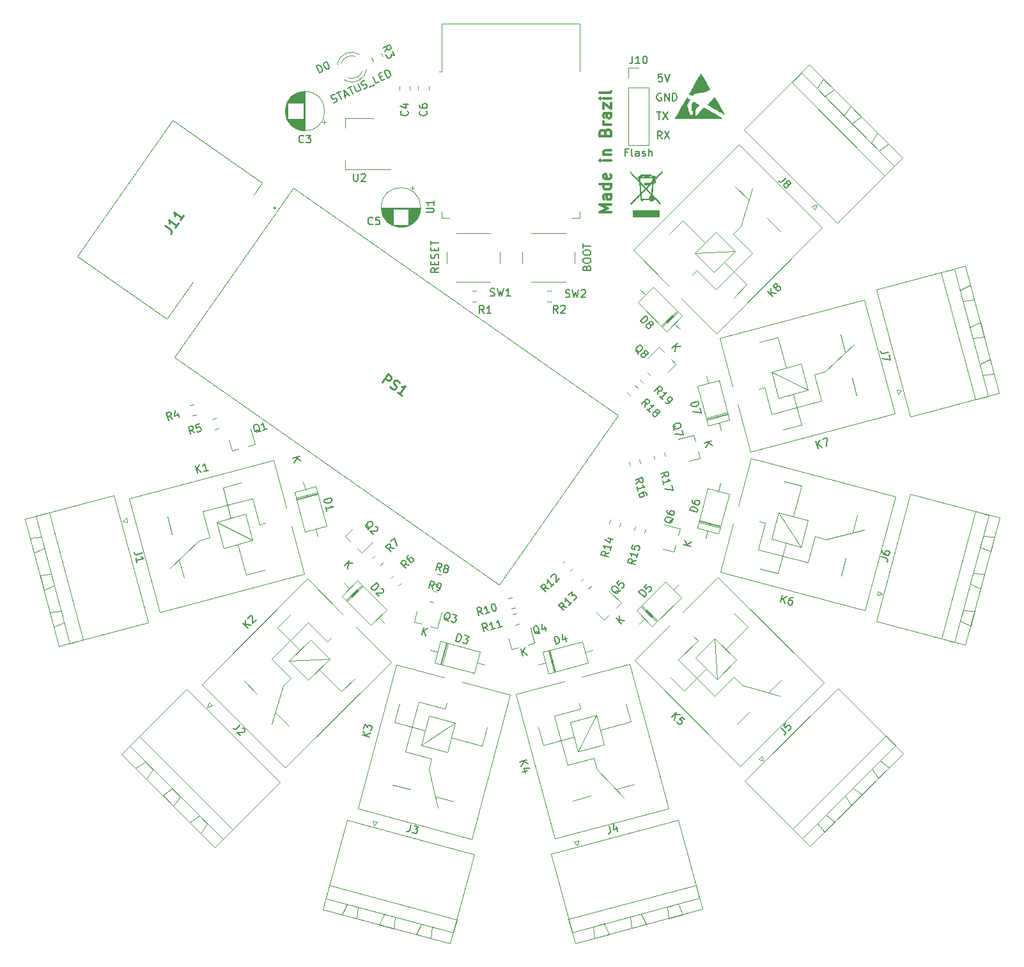
<source format=gbr>
%TF.GenerationSoftware,KiCad,Pcbnew,(5.1.6)-1*%
%TF.CreationDate,2020-11-10T08:59:03-03:00*%
%TF.ProjectId,8rel,3872656c-2e6b-4696-9361-645f70636258,rev?*%
%TF.SameCoordinates,Original*%
%TF.FileFunction,Legend,Top*%
%TF.FilePolarity,Positive*%
%FSLAX46Y46*%
G04 Gerber Fmt 4.6, Leading zero omitted, Abs format (unit mm)*
G04 Created by KiCad (PCBNEW (5.1.6)-1) date 2020-11-10 08:59:03*
%MOMM*%
%LPD*%
G01*
G04 APERTURE LIST*
%ADD10C,0.150000*%
%ADD11C,0.300000*%
%ADD12C,0.010000*%
%ADD13C,0.200000*%
%ADD14C,0.100000*%
%ADD15C,0.120000*%
%ADD16C,0.254000*%
G04 APERTURE END LIST*
D10*
X119880466Y-49401016D02*
X119404276Y-49401016D01*
X119356657Y-49877207D01*
X119404276Y-49829588D01*
X119499514Y-49781969D01*
X119737609Y-49781969D01*
X119832847Y-49829588D01*
X119880466Y-49877207D01*
X119928085Y-49972445D01*
X119928085Y-50210540D01*
X119880466Y-50305778D01*
X119832847Y-50353397D01*
X119737609Y-50401016D01*
X119499514Y-50401016D01*
X119404276Y-50353397D01*
X119356657Y-50305778D01*
X120213800Y-49401016D02*
X120547133Y-50401016D01*
X120880466Y-49401016D01*
D11*
X113119514Y-67677207D02*
X111619514Y-67677207D01*
X112690943Y-67177207D01*
X111619514Y-66677207D01*
X113119514Y-66677207D01*
X113119514Y-65320064D02*
X112333800Y-65320064D01*
X112190943Y-65391493D01*
X112119514Y-65534350D01*
X112119514Y-65820064D01*
X112190943Y-65962921D01*
X113048085Y-65320064D02*
X113119514Y-65462921D01*
X113119514Y-65820064D01*
X113048085Y-65962921D01*
X112905228Y-66034350D01*
X112762371Y-66034350D01*
X112619514Y-65962921D01*
X112548085Y-65820064D01*
X112548085Y-65462921D01*
X112476657Y-65320064D01*
X113119514Y-63962921D02*
X111619514Y-63962921D01*
X113048085Y-63962921D02*
X113119514Y-64105778D01*
X113119514Y-64391493D01*
X113048085Y-64534350D01*
X112976657Y-64605778D01*
X112833800Y-64677207D01*
X112405228Y-64677207D01*
X112262371Y-64605778D01*
X112190943Y-64534350D01*
X112119514Y-64391493D01*
X112119514Y-64105778D01*
X112190943Y-63962921D01*
X113048085Y-62677207D02*
X113119514Y-62820064D01*
X113119514Y-63105778D01*
X113048085Y-63248636D01*
X112905228Y-63320064D01*
X112333800Y-63320064D01*
X112190943Y-63248636D01*
X112119514Y-63105778D01*
X112119514Y-62820064D01*
X112190943Y-62677207D01*
X112333800Y-62605778D01*
X112476657Y-62605778D01*
X112619514Y-63320064D01*
X113119514Y-60820064D02*
X112119514Y-60820064D01*
X111619514Y-60820064D02*
X111690943Y-60891493D01*
X111762371Y-60820064D01*
X111690943Y-60748636D01*
X111619514Y-60820064D01*
X111762371Y-60820064D01*
X112119514Y-60105778D02*
X113119514Y-60105778D01*
X112262371Y-60105778D02*
X112190943Y-60034350D01*
X112119514Y-59891493D01*
X112119514Y-59677207D01*
X112190943Y-59534350D01*
X112333800Y-59462921D01*
X113119514Y-59462921D01*
X112333800Y-57105778D02*
X112405228Y-56891493D01*
X112476657Y-56820064D01*
X112619514Y-56748636D01*
X112833800Y-56748636D01*
X112976657Y-56820064D01*
X113048085Y-56891493D01*
X113119514Y-57034350D01*
X113119514Y-57605778D01*
X111619514Y-57605778D01*
X111619514Y-57105778D01*
X111690943Y-56962921D01*
X111762371Y-56891493D01*
X111905228Y-56820064D01*
X112048085Y-56820064D01*
X112190943Y-56891493D01*
X112262371Y-56962921D01*
X112333800Y-57105778D01*
X112333800Y-57605778D01*
X113119514Y-56105778D02*
X112119514Y-56105778D01*
X112405228Y-56105778D02*
X112262371Y-56034350D01*
X112190943Y-55962921D01*
X112119514Y-55820064D01*
X112119514Y-55677207D01*
X113119514Y-54534350D02*
X112333800Y-54534350D01*
X112190943Y-54605778D01*
X112119514Y-54748636D01*
X112119514Y-55034350D01*
X112190943Y-55177207D01*
X113048085Y-54534350D02*
X113119514Y-54677207D01*
X113119514Y-55034350D01*
X113048085Y-55177207D01*
X112905228Y-55248636D01*
X112762371Y-55248636D01*
X112619514Y-55177207D01*
X112548085Y-55034350D01*
X112548085Y-54677207D01*
X112476657Y-54534350D01*
X112119514Y-53962921D02*
X112119514Y-53177207D01*
X113119514Y-53962921D01*
X113119514Y-53177207D01*
X113119514Y-52605778D02*
X112119514Y-52605778D01*
X111619514Y-52605778D02*
X111690943Y-52677207D01*
X111762371Y-52605778D01*
X111690943Y-52534350D01*
X111619514Y-52605778D01*
X111762371Y-52605778D01*
X113119514Y-51677207D02*
X113048085Y-51820064D01*
X112905228Y-51891493D01*
X111619514Y-51891493D01*
D10*
X119854276Y-57981016D02*
X119520943Y-57504826D01*
X119282847Y-57981016D02*
X119282847Y-56981016D01*
X119663800Y-56981016D01*
X119759038Y-57028636D01*
X119806657Y-57076255D01*
X119854276Y-57171493D01*
X119854276Y-57314350D01*
X119806657Y-57409588D01*
X119759038Y-57457207D01*
X119663800Y-57504826D01*
X119282847Y-57504826D01*
X120187609Y-56981016D02*
X120854276Y-57981016D01*
X120854276Y-56981016D02*
X120187609Y-57981016D01*
X119149038Y-54391016D02*
X119720466Y-54391016D01*
X119434752Y-55391016D02*
X119434752Y-54391016D01*
X119958562Y-54391016D02*
X120625228Y-55391016D01*
X120625228Y-54391016D02*
X119958562Y-55391016D01*
X119739038Y-51988636D02*
X119643800Y-51941016D01*
X119500943Y-51941016D01*
X119358085Y-51988636D01*
X119262847Y-52083874D01*
X119215228Y-52179112D01*
X119167609Y-52369588D01*
X119167609Y-52512445D01*
X119215228Y-52702921D01*
X119262847Y-52798159D01*
X119358085Y-52893397D01*
X119500943Y-52941016D01*
X119596181Y-52941016D01*
X119739038Y-52893397D01*
X119786657Y-52845778D01*
X119786657Y-52512445D01*
X119596181Y-52512445D01*
X120215228Y-52941016D02*
X120215228Y-51941016D01*
X120786657Y-52941016D01*
X120786657Y-51941016D01*
X121262847Y-52941016D02*
X121262847Y-51941016D01*
X121500943Y-51941016D01*
X121643800Y-51988636D01*
X121739038Y-52083874D01*
X121786657Y-52179112D01*
X121834276Y-52369588D01*
X121834276Y-52512445D01*
X121786657Y-52702921D01*
X121739038Y-52798159D01*
X121643800Y-52893397D01*
X121500943Y-52941016D01*
X121262847Y-52941016D01*
D12*
%TO.C,REF\u002A\u002A*%
G36*
X119487822Y-68307822D02*
G01*
X115967029Y-68307822D01*
X115967029Y-67440198D01*
X119487822Y-67440198D01*
X119487822Y-68307822D01*
G37*
X119487822Y-68307822D02*
X115967029Y-68307822D01*
X115967029Y-67440198D01*
X119487822Y-67440198D01*
X119487822Y-68307822D01*
G36*
X119864430Y-62354848D02*
G01*
X119863811Y-62441931D01*
X119412086Y-62900891D01*
X118960361Y-63359852D01*
X118960032Y-63570471D01*
X118959703Y-63781089D01*
X118684610Y-63781089D01*
X118677522Y-63834530D01*
X118674838Y-63858888D01*
X118670313Y-63904759D01*
X118664191Y-63969405D01*
X118656712Y-64050091D01*
X118648119Y-64144081D01*
X118638654Y-64248637D01*
X118628558Y-64361025D01*
X118618074Y-64478507D01*
X118607444Y-64598348D01*
X118596909Y-64717811D01*
X118586713Y-64834159D01*
X118577095Y-64944657D01*
X118568300Y-65046569D01*
X118560568Y-65137158D01*
X118554142Y-65213687D01*
X118549263Y-65273421D01*
X118546175Y-65313624D01*
X118545117Y-65331559D01*
X118545118Y-65331644D01*
X118552827Y-65346035D01*
X118575981Y-65375748D01*
X118614895Y-65421131D01*
X118669884Y-65482529D01*
X118741264Y-65560288D01*
X118829349Y-65654754D01*
X118934454Y-65766272D01*
X119056895Y-65895188D01*
X119091310Y-65931287D01*
X119637137Y-66503416D01*
X119548881Y-66591436D01*
X119477485Y-66513758D01*
X119451366Y-66485686D01*
X119410566Y-66442274D01*
X119357777Y-66386366D01*
X119295691Y-66320808D01*
X119227000Y-66248441D01*
X119154396Y-66172112D01*
X119110960Y-66126524D01*
X119029416Y-66041119D01*
X118963504Y-65972710D01*
X118911544Y-65920053D01*
X118871855Y-65881905D01*
X118842757Y-65857020D01*
X118822569Y-65844156D01*
X118809610Y-65842068D01*
X118802200Y-65849513D01*
X118798658Y-65865246D01*
X118797303Y-65888023D01*
X118797121Y-65894239D01*
X118787703Y-65937061D01*
X118764497Y-65988819D01*
X118732136Y-66041328D01*
X118695252Y-66086403D01*
X118680493Y-66100328D01*
X118604767Y-66149047D01*
X118516308Y-66176306D01*
X118438100Y-66182773D01*
X118349468Y-66170576D01*
X118267612Y-66134813D01*
X118195164Y-66076722D01*
X118181797Y-66062262D01*
X118132918Y-66006733D01*
X117287326Y-66006733D01*
X117287326Y-66182773D01*
X117060990Y-66182773D01*
X117060990Y-66100531D01*
X117058150Y-66044386D01*
X117048607Y-66005416D01*
X117037009Y-65984219D01*
X117028723Y-65969052D01*
X117021627Y-65947062D01*
X117015252Y-65914987D01*
X117009128Y-65869569D01*
X117002784Y-65807548D01*
X116995750Y-65725662D01*
X116990934Y-65664746D01*
X116968839Y-65379343D01*
X116426435Y-65928805D01*
X116328363Y-66028228D01*
X116234216Y-66123815D01*
X116145715Y-66213810D01*
X116064580Y-66296457D01*
X115992531Y-66370001D01*
X115931288Y-66432684D01*
X115882573Y-66482752D01*
X115848104Y-66518448D01*
X115829621Y-66537995D01*
X115799257Y-66568944D01*
X115773929Y-66590530D01*
X115760305Y-66597723D01*
X115742905Y-66589297D01*
X115717540Y-66568245D01*
X115708942Y-66559671D01*
X115672486Y-66521620D01*
X115873198Y-66317658D01*
X115924404Y-66265699D01*
X115990431Y-66198820D01*
X116068382Y-66119950D01*
X116155362Y-66032014D01*
X116248474Y-65937941D01*
X116344821Y-65840658D01*
X116441508Y-65743093D01*
X116510866Y-65673145D01*
X116616297Y-65566550D01*
X116704871Y-65476307D01*
X116777719Y-65401192D01*
X116835977Y-65339986D01*
X116880775Y-65291466D01*
X116902979Y-65266129D01*
X117081276Y-65266129D01*
X117103599Y-65551555D01*
X117110331Y-65635219D01*
X117116843Y-65711727D01*
X117122766Y-65777081D01*
X117127732Y-65827281D01*
X117131371Y-65858329D01*
X117132542Y-65865273D01*
X117139162Y-65893565D01*
X118088636Y-65893565D01*
X118094974Y-65814606D01*
X118114110Y-65721315D01*
X118154154Y-65638791D01*
X118212582Y-65570038D01*
X118286871Y-65518063D01*
X118370252Y-65486863D01*
X118397302Y-65472228D01*
X118410844Y-65440819D01*
X118411128Y-65439434D01*
X118412753Y-65426174D01*
X118410744Y-65412595D01*
X118403142Y-65396181D01*
X118387984Y-65374411D01*
X118363312Y-65344767D01*
X118327164Y-65304732D01*
X118277580Y-65251785D01*
X118212599Y-65183409D01*
X118208401Y-65179005D01*
X118138507Y-65105611D01*
X118064200Y-65027437D01*
X117990586Y-64949864D01*
X117922771Y-64878275D01*
X117865860Y-64818051D01*
X117853168Y-64804587D01*
X117804513Y-64753820D01*
X117761291Y-64710375D01*
X117726605Y-64677241D01*
X117703556Y-64657405D01*
X117695818Y-64653046D01*
X117684278Y-64662170D01*
X117657290Y-64687200D01*
X117616979Y-64726052D01*
X117565471Y-64776643D01*
X117504891Y-64836888D01*
X117437364Y-64904704D01*
X117382174Y-64960565D01*
X117081276Y-65266129D01*
X116902979Y-65266129D01*
X116913249Y-65254411D01*
X116934529Y-65227599D01*
X116945749Y-65209808D01*
X116948246Y-65201570D01*
X116947300Y-65183590D01*
X116944427Y-65142892D01*
X116939813Y-65081819D01*
X116933642Y-65002713D01*
X116926102Y-64907914D01*
X116917379Y-64799767D01*
X116907657Y-64680612D01*
X116897124Y-64552791D01*
X116888635Y-64450635D01*
X116840604Y-63874674D01*
X116964195Y-63874674D01*
X116964727Y-63887104D01*
X116967231Y-63922110D01*
X116971504Y-63977215D01*
X116977347Y-64049943D01*
X116984557Y-64137814D01*
X116992934Y-64238351D01*
X117002277Y-64349077D01*
X117011242Y-64454205D01*
X117021398Y-64573483D01*
X117030858Y-64686080D01*
X117039404Y-64789305D01*
X117046821Y-64880473D01*
X117052892Y-64956895D01*
X117057399Y-65015883D01*
X117060127Y-65054749D01*
X117060884Y-65069844D01*
X117062065Y-65079238D01*
X117066744Y-65082966D01*
X117076724Y-65079471D01*
X117093810Y-65067199D01*
X117119804Y-65044594D01*
X117156510Y-65010100D01*
X117205733Y-64962162D01*
X117269274Y-64899224D01*
X117336695Y-64831968D01*
X117612399Y-64556477D01*
X117610467Y-64554406D01*
X117792710Y-64554406D01*
X117801016Y-64565780D01*
X117824267Y-64592563D01*
X117860135Y-64632292D01*
X117906287Y-64682507D01*
X117960394Y-64740746D01*
X118020126Y-64804547D01*
X118083152Y-64871449D01*
X118147142Y-64938990D01*
X118209764Y-65004710D01*
X118268690Y-65066146D01*
X118321588Y-65120837D01*
X118366128Y-65166322D01*
X118399980Y-65200138D01*
X118420812Y-65219826D01*
X118426494Y-65223837D01*
X118428366Y-65210891D01*
X118432254Y-65175134D01*
X118437943Y-65118804D01*
X118445219Y-65044140D01*
X118453869Y-64953380D01*
X118463678Y-64848762D01*
X118474434Y-64732526D01*
X118485921Y-64606908D01*
X118495093Y-64505618D01*
X118506826Y-64374279D01*
X118517665Y-64250552D01*
X118527430Y-64136681D01*
X118535937Y-64034911D01*
X118543005Y-63947487D01*
X118548451Y-63876653D01*
X118552092Y-63824653D01*
X118553747Y-63793732D01*
X118553558Y-63785703D01*
X118543666Y-63792854D01*
X118518476Y-63815841D01*
X118480190Y-63852439D01*
X118431011Y-63900422D01*
X118373139Y-63957566D01*
X118308778Y-64021647D01*
X118240129Y-64090438D01*
X118169395Y-64161716D01*
X118098778Y-64233255D01*
X118030480Y-64302830D01*
X117966704Y-64368217D01*
X117909650Y-64427191D01*
X117861522Y-64477527D01*
X117824522Y-64516999D01*
X117800852Y-64543383D01*
X117792710Y-64554406D01*
X117610467Y-64554406D01*
X117509591Y-64446295D01*
X117457232Y-64390377D01*
X117398465Y-64327948D01*
X117335615Y-64261443D01*
X117271005Y-64193298D01*
X117206958Y-64125948D01*
X117145797Y-64061828D01*
X117089847Y-64003372D01*
X117041430Y-63953018D01*
X117002870Y-63913198D01*
X116976491Y-63886350D01*
X116964616Y-63874908D01*
X116964195Y-63874674D01*
X116840604Y-63874674D01*
X116828599Y-63730726D01*
X116228062Y-63099158D01*
X115627525Y-62467589D01*
X115627966Y-62379315D01*
X115628408Y-62291040D01*
X115725417Y-62394666D01*
X115779709Y-62452463D01*
X115843808Y-62520368D01*
X115915984Y-62596572D01*
X115994508Y-62679269D01*
X116077651Y-62766653D01*
X116163681Y-62856915D01*
X116250870Y-62948250D01*
X116337487Y-63038849D01*
X116421803Y-63126907D01*
X116502088Y-63210615D01*
X116576613Y-63288167D01*
X116643646Y-63357757D01*
X116701459Y-63417576D01*
X116748321Y-63465818D01*
X116782504Y-63500676D01*
X116802276Y-63520343D01*
X116806610Y-63524116D01*
X116806908Y-63510992D01*
X116805269Y-63477389D01*
X116801977Y-63427880D01*
X116797318Y-63367037D01*
X116795318Y-63342732D01*
X116780423Y-63164951D01*
X116897045Y-63164951D01*
X116903066Y-63193243D01*
X116906137Y-63215618D01*
X116910452Y-63257717D01*
X116915512Y-63314178D01*
X116920819Y-63379635D01*
X116922656Y-63403862D01*
X116928073Y-63473421D01*
X116933541Y-63538018D01*
X116938512Y-63591548D01*
X116942439Y-63627910D01*
X116943325Y-63634509D01*
X116946666Y-63648056D01*
X116953899Y-63663914D01*
X116966560Y-63683861D01*
X116986189Y-63709673D01*
X117014322Y-63743129D01*
X117052498Y-63786007D01*
X117102254Y-63840083D01*
X117165129Y-63907136D01*
X117242659Y-63988943D01*
X117321749Y-64071950D01*
X117400436Y-64154094D01*
X117473888Y-64230169D01*
X117540276Y-64298325D01*
X117597773Y-64356712D01*
X117644549Y-64403481D01*
X117678776Y-64436782D01*
X117698627Y-64454767D01*
X117702860Y-64457442D01*
X117713997Y-64447741D01*
X117740029Y-64422441D01*
X117778430Y-64384082D01*
X117826672Y-64335200D01*
X117882230Y-64278334D01*
X117922408Y-64236906D01*
X118132169Y-64020000D01*
X117513663Y-64020000D01*
X117513663Y-63781089D01*
X118268119Y-63781089D01*
X118268119Y-63887542D01*
X118406435Y-63749654D01*
X118504553Y-63651840D01*
X118695643Y-63651840D01*
X118697471Y-63667270D01*
X118706723Y-63675867D01*
X118729050Y-63679613D01*
X118770105Y-63680489D01*
X118777376Y-63680495D01*
X118859109Y-63680495D01*
X118859109Y-63461172D01*
X118777376Y-63542179D01*
X118731270Y-63591428D01*
X118703694Y-63629159D01*
X118695643Y-63651840D01*
X118504553Y-63651840D01*
X118544752Y-63611766D01*
X118544752Y-63488952D01*
X118545137Y-63432450D01*
X118546900Y-63396505D01*
X118550950Y-63376530D01*
X118558199Y-63367937D01*
X118569130Y-63366139D01*
X118581288Y-63363498D01*
X118590273Y-63352912D01*
X118597174Y-63330381D01*
X118603076Y-63291909D01*
X118609065Y-63233498D01*
X118610987Y-63212104D01*
X118615148Y-63164951D01*
X116897045Y-63164951D01*
X116780423Y-63164951D01*
X116620891Y-63164951D01*
X116620891Y-63051782D01*
X116688686Y-63051782D01*
X116728338Y-63050696D01*
X116749884Y-63045454D01*
X116752520Y-63042334D01*
X116891384Y-63042334D01*
X116898692Y-63049462D01*
X116924007Y-63051662D01*
X116941092Y-63051782D01*
X116998119Y-63051782D01*
X117210779Y-63051782D01*
X118625302Y-63051782D01*
X118577458Y-63002786D01*
X118503150Y-62942324D01*
X118411184Y-62895691D01*
X118300002Y-62862249D01*
X118189529Y-62843753D01*
X118117227Y-62835122D01*
X118117227Y-62926040D01*
X117538812Y-62926040D01*
X117538812Y-62822893D01*
X117453935Y-62831496D01*
X117394632Y-62838756D01*
X117331449Y-62848379D01*
X117293614Y-62855252D01*
X117218168Y-62870407D01*
X117214474Y-62961095D01*
X117210779Y-63051782D01*
X116998119Y-63051782D01*
X116998119Y-63001485D01*
X116996456Y-62969976D01*
X116992303Y-62952463D01*
X116990629Y-62951188D01*
X116972013Y-62959254D01*
X116944817Y-62978820D01*
X116917552Y-63002944D01*
X116898733Y-63024682D01*
X116897057Y-63027508D01*
X116891384Y-63042334D01*
X116752520Y-63042334D01*
X116760338Y-63033081D01*
X116764558Y-63019604D01*
X116781781Y-62984627D01*
X116814862Y-62942579D01*
X116858107Y-62899356D01*
X116905826Y-62860854D01*
X116937170Y-62840801D01*
X116972877Y-62818851D01*
X116991181Y-62800411D01*
X116997612Y-62778668D01*
X116998106Y-62765718D01*
X116998106Y-62762575D01*
X117639406Y-62762575D01*
X117639406Y-62825446D01*
X118016633Y-62825446D01*
X118016633Y-62762575D01*
X117639406Y-62762575D01*
X116998106Y-62762575D01*
X116998119Y-62724852D01*
X117103952Y-62724852D01*
X117152645Y-62726029D01*
X117190595Y-62729165D01*
X117211692Y-62733671D01*
X117213977Y-62735495D01*
X117227359Y-62738295D01*
X117259926Y-62737148D01*
X117306084Y-62732393D01*
X117337624Y-62728003D01*
X117394812Y-62719378D01*
X117447114Y-62711591D01*
X117486418Y-62705847D01*
X117497945Y-62704215D01*
X117528063Y-62694888D01*
X117538812Y-62680272D01*
X117542080Y-62674320D01*
X117553770Y-62669778D01*
X117576712Y-62666470D01*
X117613735Y-62664215D01*
X117667668Y-62662834D01*
X117741340Y-62662150D01*
X117828020Y-62661980D01*
X117920529Y-62662077D01*
X117990906Y-62662530D01*
X118042164Y-62663590D01*
X118077320Y-62665503D01*
X118099389Y-62668519D01*
X118111385Y-62672885D01*
X118116324Y-62678849D01*
X118117227Y-62685784D01*
X118124921Y-62707795D01*
X118150121Y-62720321D01*
X118196009Y-62724788D01*
X118204264Y-62724852D01*
X118281973Y-62732868D01*
X118370233Y-62754936D01*
X118461085Y-62788084D01*
X118546570Y-62829339D01*
X118618726Y-62875731D01*
X118628072Y-62883082D01*
X118658533Y-62906998D01*
X118676572Y-62916576D01*
X118689169Y-62913480D01*
X118702100Y-62900704D01*
X118740293Y-62875678D01*
X118789998Y-62866071D01*
X118843524Y-62871067D01*
X118893178Y-62889851D01*
X118931267Y-62921606D01*
X118934025Y-62925297D01*
X118962526Y-62984575D01*
X118967828Y-63045934D01*
X118950518Y-63104427D01*
X118911180Y-63155104D01*
X118906370Y-63159289D01*
X118878440Y-63179167D01*
X118850102Y-63187921D01*
X118810263Y-63188553D01*
X118800311Y-63187992D01*
X118761332Y-63186562D01*
X118741254Y-63189839D01*
X118733985Y-63199728D01*
X118733240Y-63208961D01*
X118731716Y-63235744D01*
X118727935Y-63276025D01*
X118725218Y-63300124D01*
X118721277Y-63338401D01*
X118722916Y-63357996D01*
X118732421Y-63365158D01*
X118749351Y-63366139D01*
X118759392Y-63362901D01*
X118775590Y-63352420D01*
X118799145Y-63333548D01*
X118831257Y-63305135D01*
X118873128Y-63266035D01*
X118925957Y-63215097D01*
X118990945Y-63151173D01*
X119069291Y-63073114D01*
X119162197Y-62979772D01*
X119270863Y-62869998D01*
X119323231Y-62816952D01*
X119865049Y-62267767D01*
X119864430Y-62354848D01*
G37*
X119864430Y-62354848D02*
X119863811Y-62441931D01*
X119412086Y-62900891D01*
X118960361Y-63359852D01*
X118960032Y-63570471D01*
X118959703Y-63781089D01*
X118684610Y-63781089D01*
X118677522Y-63834530D01*
X118674838Y-63858888D01*
X118670313Y-63904759D01*
X118664191Y-63969405D01*
X118656712Y-64050091D01*
X118648119Y-64144081D01*
X118638654Y-64248637D01*
X118628558Y-64361025D01*
X118618074Y-64478507D01*
X118607444Y-64598348D01*
X118596909Y-64717811D01*
X118586713Y-64834159D01*
X118577095Y-64944657D01*
X118568300Y-65046569D01*
X118560568Y-65137158D01*
X118554142Y-65213687D01*
X118549263Y-65273421D01*
X118546175Y-65313624D01*
X118545117Y-65331559D01*
X118545118Y-65331644D01*
X118552827Y-65346035D01*
X118575981Y-65375748D01*
X118614895Y-65421131D01*
X118669884Y-65482529D01*
X118741264Y-65560288D01*
X118829349Y-65654754D01*
X118934454Y-65766272D01*
X119056895Y-65895188D01*
X119091310Y-65931287D01*
X119637137Y-66503416D01*
X119548881Y-66591436D01*
X119477485Y-66513758D01*
X119451366Y-66485686D01*
X119410566Y-66442274D01*
X119357777Y-66386366D01*
X119295691Y-66320808D01*
X119227000Y-66248441D01*
X119154396Y-66172112D01*
X119110960Y-66126524D01*
X119029416Y-66041119D01*
X118963504Y-65972710D01*
X118911544Y-65920053D01*
X118871855Y-65881905D01*
X118842757Y-65857020D01*
X118822569Y-65844156D01*
X118809610Y-65842068D01*
X118802200Y-65849513D01*
X118798658Y-65865246D01*
X118797303Y-65888023D01*
X118797121Y-65894239D01*
X118787703Y-65937061D01*
X118764497Y-65988819D01*
X118732136Y-66041328D01*
X118695252Y-66086403D01*
X118680493Y-66100328D01*
X118604767Y-66149047D01*
X118516308Y-66176306D01*
X118438100Y-66182773D01*
X118349468Y-66170576D01*
X118267612Y-66134813D01*
X118195164Y-66076722D01*
X118181797Y-66062262D01*
X118132918Y-66006733D01*
X117287326Y-66006733D01*
X117287326Y-66182773D01*
X117060990Y-66182773D01*
X117060990Y-66100531D01*
X117058150Y-66044386D01*
X117048607Y-66005416D01*
X117037009Y-65984219D01*
X117028723Y-65969052D01*
X117021627Y-65947062D01*
X117015252Y-65914987D01*
X117009128Y-65869569D01*
X117002784Y-65807548D01*
X116995750Y-65725662D01*
X116990934Y-65664746D01*
X116968839Y-65379343D01*
X116426435Y-65928805D01*
X116328363Y-66028228D01*
X116234216Y-66123815D01*
X116145715Y-66213810D01*
X116064580Y-66296457D01*
X115992531Y-66370001D01*
X115931288Y-66432684D01*
X115882573Y-66482752D01*
X115848104Y-66518448D01*
X115829621Y-66537995D01*
X115799257Y-66568944D01*
X115773929Y-66590530D01*
X115760305Y-66597723D01*
X115742905Y-66589297D01*
X115717540Y-66568245D01*
X115708942Y-66559671D01*
X115672486Y-66521620D01*
X115873198Y-66317658D01*
X115924404Y-66265699D01*
X115990431Y-66198820D01*
X116068382Y-66119950D01*
X116155362Y-66032014D01*
X116248474Y-65937941D01*
X116344821Y-65840658D01*
X116441508Y-65743093D01*
X116510866Y-65673145D01*
X116616297Y-65566550D01*
X116704871Y-65476307D01*
X116777719Y-65401192D01*
X116835977Y-65339986D01*
X116880775Y-65291466D01*
X116902979Y-65266129D01*
X117081276Y-65266129D01*
X117103599Y-65551555D01*
X117110331Y-65635219D01*
X117116843Y-65711727D01*
X117122766Y-65777081D01*
X117127732Y-65827281D01*
X117131371Y-65858329D01*
X117132542Y-65865273D01*
X117139162Y-65893565D01*
X118088636Y-65893565D01*
X118094974Y-65814606D01*
X118114110Y-65721315D01*
X118154154Y-65638791D01*
X118212582Y-65570038D01*
X118286871Y-65518063D01*
X118370252Y-65486863D01*
X118397302Y-65472228D01*
X118410844Y-65440819D01*
X118411128Y-65439434D01*
X118412753Y-65426174D01*
X118410744Y-65412595D01*
X118403142Y-65396181D01*
X118387984Y-65374411D01*
X118363312Y-65344767D01*
X118327164Y-65304732D01*
X118277580Y-65251785D01*
X118212599Y-65183409D01*
X118208401Y-65179005D01*
X118138507Y-65105611D01*
X118064200Y-65027437D01*
X117990586Y-64949864D01*
X117922771Y-64878275D01*
X117865860Y-64818051D01*
X117853168Y-64804587D01*
X117804513Y-64753820D01*
X117761291Y-64710375D01*
X117726605Y-64677241D01*
X117703556Y-64657405D01*
X117695818Y-64653046D01*
X117684278Y-64662170D01*
X117657290Y-64687200D01*
X117616979Y-64726052D01*
X117565471Y-64776643D01*
X117504891Y-64836888D01*
X117437364Y-64904704D01*
X117382174Y-64960565D01*
X117081276Y-65266129D01*
X116902979Y-65266129D01*
X116913249Y-65254411D01*
X116934529Y-65227599D01*
X116945749Y-65209808D01*
X116948246Y-65201570D01*
X116947300Y-65183590D01*
X116944427Y-65142892D01*
X116939813Y-65081819D01*
X116933642Y-65002713D01*
X116926102Y-64907914D01*
X116917379Y-64799767D01*
X116907657Y-64680612D01*
X116897124Y-64552791D01*
X116888635Y-64450635D01*
X116840604Y-63874674D01*
X116964195Y-63874674D01*
X116964727Y-63887104D01*
X116967231Y-63922110D01*
X116971504Y-63977215D01*
X116977347Y-64049943D01*
X116984557Y-64137814D01*
X116992934Y-64238351D01*
X117002277Y-64349077D01*
X117011242Y-64454205D01*
X117021398Y-64573483D01*
X117030858Y-64686080D01*
X117039404Y-64789305D01*
X117046821Y-64880473D01*
X117052892Y-64956895D01*
X117057399Y-65015883D01*
X117060127Y-65054749D01*
X117060884Y-65069844D01*
X117062065Y-65079238D01*
X117066744Y-65082966D01*
X117076724Y-65079471D01*
X117093810Y-65067199D01*
X117119804Y-65044594D01*
X117156510Y-65010100D01*
X117205733Y-64962162D01*
X117269274Y-64899224D01*
X117336695Y-64831968D01*
X117612399Y-64556477D01*
X117610467Y-64554406D01*
X117792710Y-64554406D01*
X117801016Y-64565780D01*
X117824267Y-64592563D01*
X117860135Y-64632292D01*
X117906287Y-64682507D01*
X117960394Y-64740746D01*
X118020126Y-64804547D01*
X118083152Y-64871449D01*
X118147142Y-64938990D01*
X118209764Y-65004710D01*
X118268690Y-65066146D01*
X118321588Y-65120837D01*
X118366128Y-65166322D01*
X118399980Y-65200138D01*
X118420812Y-65219826D01*
X118426494Y-65223837D01*
X118428366Y-65210891D01*
X118432254Y-65175134D01*
X118437943Y-65118804D01*
X118445219Y-65044140D01*
X118453869Y-64953380D01*
X118463678Y-64848762D01*
X118474434Y-64732526D01*
X118485921Y-64606908D01*
X118495093Y-64505618D01*
X118506826Y-64374279D01*
X118517665Y-64250552D01*
X118527430Y-64136681D01*
X118535937Y-64034911D01*
X118543005Y-63947487D01*
X118548451Y-63876653D01*
X118552092Y-63824653D01*
X118553747Y-63793732D01*
X118553558Y-63785703D01*
X118543666Y-63792854D01*
X118518476Y-63815841D01*
X118480190Y-63852439D01*
X118431011Y-63900422D01*
X118373139Y-63957566D01*
X118308778Y-64021647D01*
X118240129Y-64090438D01*
X118169395Y-64161716D01*
X118098778Y-64233255D01*
X118030480Y-64302830D01*
X117966704Y-64368217D01*
X117909650Y-64427191D01*
X117861522Y-64477527D01*
X117824522Y-64516999D01*
X117800852Y-64543383D01*
X117792710Y-64554406D01*
X117610467Y-64554406D01*
X117509591Y-64446295D01*
X117457232Y-64390377D01*
X117398465Y-64327948D01*
X117335615Y-64261443D01*
X117271005Y-64193298D01*
X117206958Y-64125948D01*
X117145797Y-64061828D01*
X117089847Y-64003372D01*
X117041430Y-63953018D01*
X117002870Y-63913198D01*
X116976491Y-63886350D01*
X116964616Y-63874908D01*
X116964195Y-63874674D01*
X116840604Y-63874674D01*
X116828599Y-63730726D01*
X116228062Y-63099158D01*
X115627525Y-62467589D01*
X115627966Y-62379315D01*
X115628408Y-62291040D01*
X115725417Y-62394666D01*
X115779709Y-62452463D01*
X115843808Y-62520368D01*
X115915984Y-62596572D01*
X115994508Y-62679269D01*
X116077651Y-62766653D01*
X116163681Y-62856915D01*
X116250870Y-62948250D01*
X116337487Y-63038849D01*
X116421803Y-63126907D01*
X116502088Y-63210615D01*
X116576613Y-63288167D01*
X116643646Y-63357757D01*
X116701459Y-63417576D01*
X116748321Y-63465818D01*
X116782504Y-63500676D01*
X116802276Y-63520343D01*
X116806610Y-63524116D01*
X116806908Y-63510992D01*
X116805269Y-63477389D01*
X116801977Y-63427880D01*
X116797318Y-63367037D01*
X116795318Y-63342732D01*
X116780423Y-63164951D01*
X116897045Y-63164951D01*
X116903066Y-63193243D01*
X116906137Y-63215618D01*
X116910452Y-63257717D01*
X116915512Y-63314178D01*
X116920819Y-63379635D01*
X116922656Y-63403862D01*
X116928073Y-63473421D01*
X116933541Y-63538018D01*
X116938512Y-63591548D01*
X116942439Y-63627910D01*
X116943325Y-63634509D01*
X116946666Y-63648056D01*
X116953899Y-63663914D01*
X116966560Y-63683861D01*
X116986189Y-63709673D01*
X117014322Y-63743129D01*
X117052498Y-63786007D01*
X117102254Y-63840083D01*
X117165129Y-63907136D01*
X117242659Y-63988943D01*
X117321749Y-64071950D01*
X117400436Y-64154094D01*
X117473888Y-64230169D01*
X117540276Y-64298325D01*
X117597773Y-64356712D01*
X117644549Y-64403481D01*
X117678776Y-64436782D01*
X117698627Y-64454767D01*
X117702860Y-64457442D01*
X117713997Y-64447741D01*
X117740029Y-64422441D01*
X117778430Y-64384082D01*
X117826672Y-64335200D01*
X117882230Y-64278334D01*
X117922408Y-64236906D01*
X118132169Y-64020000D01*
X117513663Y-64020000D01*
X117513663Y-63781089D01*
X118268119Y-63781089D01*
X118268119Y-63887542D01*
X118406435Y-63749654D01*
X118504553Y-63651840D01*
X118695643Y-63651840D01*
X118697471Y-63667270D01*
X118706723Y-63675867D01*
X118729050Y-63679613D01*
X118770105Y-63680489D01*
X118777376Y-63680495D01*
X118859109Y-63680495D01*
X118859109Y-63461172D01*
X118777376Y-63542179D01*
X118731270Y-63591428D01*
X118703694Y-63629159D01*
X118695643Y-63651840D01*
X118504553Y-63651840D01*
X118544752Y-63611766D01*
X118544752Y-63488952D01*
X118545137Y-63432450D01*
X118546900Y-63396505D01*
X118550950Y-63376530D01*
X118558199Y-63367937D01*
X118569130Y-63366139D01*
X118581288Y-63363498D01*
X118590273Y-63352912D01*
X118597174Y-63330381D01*
X118603076Y-63291909D01*
X118609065Y-63233498D01*
X118610987Y-63212104D01*
X118615148Y-63164951D01*
X116897045Y-63164951D01*
X116780423Y-63164951D01*
X116620891Y-63164951D01*
X116620891Y-63051782D01*
X116688686Y-63051782D01*
X116728338Y-63050696D01*
X116749884Y-63045454D01*
X116752520Y-63042334D01*
X116891384Y-63042334D01*
X116898692Y-63049462D01*
X116924007Y-63051662D01*
X116941092Y-63051782D01*
X116998119Y-63051782D01*
X117210779Y-63051782D01*
X118625302Y-63051782D01*
X118577458Y-63002786D01*
X118503150Y-62942324D01*
X118411184Y-62895691D01*
X118300002Y-62862249D01*
X118189529Y-62843753D01*
X118117227Y-62835122D01*
X118117227Y-62926040D01*
X117538812Y-62926040D01*
X117538812Y-62822893D01*
X117453935Y-62831496D01*
X117394632Y-62838756D01*
X117331449Y-62848379D01*
X117293614Y-62855252D01*
X117218168Y-62870407D01*
X117214474Y-62961095D01*
X117210779Y-63051782D01*
X116998119Y-63051782D01*
X116998119Y-63001485D01*
X116996456Y-62969976D01*
X116992303Y-62952463D01*
X116990629Y-62951188D01*
X116972013Y-62959254D01*
X116944817Y-62978820D01*
X116917552Y-63002944D01*
X116898733Y-63024682D01*
X116897057Y-63027508D01*
X116891384Y-63042334D01*
X116752520Y-63042334D01*
X116760338Y-63033081D01*
X116764558Y-63019604D01*
X116781781Y-62984627D01*
X116814862Y-62942579D01*
X116858107Y-62899356D01*
X116905826Y-62860854D01*
X116937170Y-62840801D01*
X116972877Y-62818851D01*
X116991181Y-62800411D01*
X116997612Y-62778668D01*
X116998106Y-62765718D01*
X116998106Y-62762575D01*
X117639406Y-62762575D01*
X117639406Y-62825446D01*
X118016633Y-62825446D01*
X118016633Y-62762575D01*
X117639406Y-62762575D01*
X116998106Y-62762575D01*
X116998119Y-62724852D01*
X117103952Y-62724852D01*
X117152645Y-62726029D01*
X117190595Y-62729165D01*
X117211692Y-62733671D01*
X117213977Y-62735495D01*
X117227359Y-62738295D01*
X117259926Y-62737148D01*
X117306084Y-62732393D01*
X117337624Y-62728003D01*
X117394812Y-62719378D01*
X117447114Y-62711591D01*
X117486418Y-62705847D01*
X117497945Y-62704215D01*
X117528063Y-62694888D01*
X117538812Y-62680272D01*
X117542080Y-62674320D01*
X117553770Y-62669778D01*
X117576712Y-62666470D01*
X117613735Y-62664215D01*
X117667668Y-62662834D01*
X117741340Y-62662150D01*
X117828020Y-62661980D01*
X117920529Y-62662077D01*
X117990906Y-62662530D01*
X118042164Y-62663590D01*
X118077320Y-62665503D01*
X118099389Y-62668519D01*
X118111385Y-62672885D01*
X118116324Y-62678849D01*
X118117227Y-62685784D01*
X118124921Y-62707795D01*
X118150121Y-62720321D01*
X118196009Y-62724788D01*
X118204264Y-62724852D01*
X118281973Y-62732868D01*
X118370233Y-62754936D01*
X118461085Y-62788084D01*
X118546570Y-62829339D01*
X118618726Y-62875731D01*
X118628072Y-62883082D01*
X118658533Y-62906998D01*
X118676572Y-62916576D01*
X118689169Y-62913480D01*
X118702100Y-62900704D01*
X118740293Y-62875678D01*
X118789998Y-62866071D01*
X118843524Y-62871067D01*
X118893178Y-62889851D01*
X118931267Y-62921606D01*
X118934025Y-62925297D01*
X118962526Y-62984575D01*
X118967828Y-63045934D01*
X118950518Y-63104427D01*
X118911180Y-63155104D01*
X118906370Y-63159289D01*
X118878440Y-63179167D01*
X118850102Y-63187921D01*
X118810263Y-63188553D01*
X118800311Y-63187992D01*
X118761332Y-63186562D01*
X118741254Y-63189839D01*
X118733985Y-63199728D01*
X118733240Y-63208961D01*
X118731716Y-63235744D01*
X118727935Y-63276025D01*
X118725218Y-63300124D01*
X118721277Y-63338401D01*
X118722916Y-63357996D01*
X118732421Y-63365158D01*
X118749351Y-63366139D01*
X118759392Y-63362901D01*
X118775590Y-63352420D01*
X118799145Y-63333548D01*
X118831257Y-63305135D01*
X118873128Y-63266035D01*
X118925957Y-63215097D01*
X118990945Y-63151173D01*
X119069291Y-63073114D01*
X119162197Y-62979772D01*
X119270863Y-62869998D01*
X119323231Y-62816952D01*
X119865049Y-62267767D01*
X119864430Y-62354848D01*
G36*
X123152094Y-52571158D02*
G01*
X123184619Y-52583736D01*
X123234193Y-52608712D01*
X123305374Y-52647876D01*
X123310916Y-52650988D01*
X123376474Y-52688476D01*
X123431798Y-52721319D01*
X123471455Y-52746205D01*
X123490012Y-52759820D01*
X123490531Y-52760487D01*
X123486048Y-52779390D01*
X123465486Y-52821605D01*
X123430183Y-52884832D01*
X123381480Y-52966772D01*
X123320718Y-53065122D01*
X123249236Y-53177585D01*
X123231445Y-53205165D01*
X123185093Y-53281699D01*
X123151342Y-53347556D01*
X123133153Y-53396782D01*
X123131286Y-53406507D01*
X123132115Y-53449312D01*
X123141394Y-53517209D01*
X123157968Y-53605843D01*
X123180680Y-53710859D01*
X123208373Y-53827902D01*
X123239890Y-53952616D01*
X123274075Y-54080645D01*
X123309771Y-54207634D01*
X123345821Y-54329228D01*
X123381068Y-54441072D01*
X123414356Y-54538810D01*
X123444528Y-54618087D01*
X123465561Y-54665122D01*
X123490337Y-54715225D01*
X123513730Y-54763168D01*
X123514997Y-54765793D01*
X123553699Y-54814220D01*
X123610184Y-54846828D01*
X123675939Y-54862454D01*
X123742451Y-54859937D01*
X123801205Y-54838114D01*
X123834258Y-54809382D01*
X123881859Y-54730583D01*
X123916739Y-54632378D01*
X123935877Y-54524779D01*
X123938588Y-54463780D01*
X123927670Y-54349935D01*
X123895624Y-54255660D01*
X123840726Y-54176379D01*
X123823607Y-54158733D01*
X123772661Y-54109235D01*
X123769163Y-53759362D01*
X123765664Y-53409489D01*
X123854818Y-53274531D01*
X123896654Y-53213445D01*
X123936945Y-53158493D01*
X123969943Y-53117336D01*
X123984126Y-53102192D01*
X124024281Y-53064810D01*
X124078665Y-53094098D01*
X124113039Y-53115084D01*
X124131846Y-53131378D01*
X124133049Y-53134307D01*
X124145903Y-53146728D01*
X124167896Y-53155977D01*
X124189150Y-53164313D01*
X124221694Y-53180149D01*
X124268322Y-53205033D01*
X124331829Y-53240509D01*
X124415008Y-53288123D01*
X124520653Y-53349422D01*
X124578062Y-53382932D01*
X124645594Y-53423071D01*
X124689885Y-53451659D01*
X124714855Y-53472039D01*
X124724423Y-53487553D01*
X124722508Y-53501546D01*
X124720911Y-53504796D01*
X124705376Y-53525266D01*
X124672136Y-53563665D01*
X124625062Y-53615696D01*
X124568028Y-53677066D01*
X124518700Y-53729090D01*
X124405030Y-53852567D01*
X124316105Y-53959591D01*
X124251134Y-54051240D01*
X124209321Y-54128588D01*
X124195217Y-54167866D01*
X124189392Y-54202249D01*
X124183375Y-54260899D01*
X124177696Y-54337117D01*
X124172884Y-54424202D01*
X124170619Y-54479268D01*
X124167459Y-54574464D01*
X124166069Y-54644062D01*
X124166858Y-54693409D01*
X124170235Y-54727854D01*
X124176608Y-54752743D01*
X124186387Y-54773425D01*
X124194067Y-54786053D01*
X124238421Y-54834726D01*
X124295574Y-54868645D01*
X124355708Y-54883438D01*
X124400773Y-54878086D01*
X124441576Y-54854930D01*
X124492724Y-54813462D01*
X124547042Y-54760912D01*
X124597357Y-54704516D01*
X124636494Y-54651505D01*
X124650905Y-54625889D01*
X124672491Y-54590814D01*
X124711753Y-54537389D01*
X124765102Y-54469789D01*
X124828952Y-54392190D01*
X124899715Y-54308768D01*
X124973804Y-54223698D01*
X125047632Y-54141155D01*
X125117611Y-54065316D01*
X125180155Y-54000356D01*
X125229260Y-53952669D01*
X125283779Y-53905032D01*
X125329642Y-53869908D01*
X125361811Y-53850949D01*
X125372489Y-53848864D01*
X125388853Y-53857274D01*
X125429671Y-53879846D01*
X125492586Y-53915224D01*
X125575244Y-53962054D01*
X125675289Y-54018981D01*
X125790366Y-54084649D01*
X125918119Y-54157703D01*
X126056194Y-54236788D01*
X126202234Y-54320548D01*
X126353884Y-54407629D01*
X126508790Y-54496676D01*
X126664595Y-54586332D01*
X126818944Y-54675243D01*
X126969482Y-54762054D01*
X127113854Y-54845409D01*
X127249704Y-54923954D01*
X127374677Y-54996333D01*
X127486417Y-55061190D01*
X127582570Y-55117171D01*
X127660779Y-55162920D01*
X127718689Y-55197083D01*
X127753946Y-55218304D01*
X127764165Y-55224963D01*
X127750402Y-55226280D01*
X127707104Y-55227559D01*
X127635714Y-55228796D01*
X127537673Y-55229983D01*
X127414422Y-55231115D01*
X127267403Y-55232186D01*
X127098057Y-55233189D01*
X126907826Y-55234119D01*
X126698151Y-55234968D01*
X126470473Y-55235732D01*
X126226235Y-55236403D01*
X125966877Y-55236976D01*
X125693841Y-55237444D01*
X125408568Y-55237802D01*
X125112500Y-55238042D01*
X124807079Y-55238159D01*
X124678924Y-55238171D01*
X121578970Y-55238171D01*
X121800053Y-54854847D01*
X121846856Y-54773680D01*
X121907102Y-54669166D01*
X121978778Y-54544801D01*
X122059869Y-54404082D01*
X122148362Y-54250503D01*
X122242240Y-54087562D01*
X122339491Y-53918754D01*
X122438100Y-53747575D01*
X122536053Y-53577521D01*
X122560825Y-53534512D01*
X122651152Y-53377857D01*
X122737289Y-53228803D01*
X122817942Y-53089568D01*
X122891816Y-52962371D01*
X122957617Y-52849432D01*
X123014050Y-52752968D01*
X123059821Y-52675200D01*
X123093635Y-52618346D01*
X123114198Y-52584625D01*
X123119953Y-52576040D01*
X123132058Y-52569189D01*
X123152094Y-52571158D01*
G37*
X123152094Y-52571158D02*
X123184619Y-52583736D01*
X123234193Y-52608712D01*
X123305374Y-52647876D01*
X123310916Y-52650988D01*
X123376474Y-52688476D01*
X123431798Y-52721319D01*
X123471455Y-52746205D01*
X123490012Y-52759820D01*
X123490531Y-52760487D01*
X123486048Y-52779390D01*
X123465486Y-52821605D01*
X123430183Y-52884832D01*
X123381480Y-52966772D01*
X123320718Y-53065122D01*
X123249236Y-53177585D01*
X123231445Y-53205165D01*
X123185093Y-53281699D01*
X123151342Y-53347556D01*
X123133153Y-53396782D01*
X123131286Y-53406507D01*
X123132115Y-53449312D01*
X123141394Y-53517209D01*
X123157968Y-53605843D01*
X123180680Y-53710859D01*
X123208373Y-53827902D01*
X123239890Y-53952616D01*
X123274075Y-54080645D01*
X123309771Y-54207634D01*
X123345821Y-54329228D01*
X123381068Y-54441072D01*
X123414356Y-54538810D01*
X123444528Y-54618087D01*
X123465561Y-54665122D01*
X123490337Y-54715225D01*
X123513730Y-54763168D01*
X123514997Y-54765793D01*
X123553699Y-54814220D01*
X123610184Y-54846828D01*
X123675939Y-54862454D01*
X123742451Y-54859937D01*
X123801205Y-54838114D01*
X123834258Y-54809382D01*
X123881859Y-54730583D01*
X123916739Y-54632378D01*
X123935877Y-54524779D01*
X123938588Y-54463780D01*
X123927670Y-54349935D01*
X123895624Y-54255660D01*
X123840726Y-54176379D01*
X123823607Y-54158733D01*
X123772661Y-54109235D01*
X123769163Y-53759362D01*
X123765664Y-53409489D01*
X123854818Y-53274531D01*
X123896654Y-53213445D01*
X123936945Y-53158493D01*
X123969943Y-53117336D01*
X123984126Y-53102192D01*
X124024281Y-53064810D01*
X124078665Y-53094098D01*
X124113039Y-53115084D01*
X124131846Y-53131378D01*
X124133049Y-53134307D01*
X124145903Y-53146728D01*
X124167896Y-53155977D01*
X124189150Y-53164313D01*
X124221694Y-53180149D01*
X124268322Y-53205033D01*
X124331829Y-53240509D01*
X124415008Y-53288123D01*
X124520653Y-53349422D01*
X124578062Y-53382932D01*
X124645594Y-53423071D01*
X124689885Y-53451659D01*
X124714855Y-53472039D01*
X124724423Y-53487553D01*
X124722508Y-53501546D01*
X124720911Y-53504796D01*
X124705376Y-53525266D01*
X124672136Y-53563665D01*
X124625062Y-53615696D01*
X124568028Y-53677066D01*
X124518700Y-53729090D01*
X124405030Y-53852567D01*
X124316105Y-53959591D01*
X124251134Y-54051240D01*
X124209321Y-54128588D01*
X124195217Y-54167866D01*
X124189392Y-54202249D01*
X124183375Y-54260899D01*
X124177696Y-54337117D01*
X124172884Y-54424202D01*
X124170619Y-54479268D01*
X124167459Y-54574464D01*
X124166069Y-54644062D01*
X124166858Y-54693409D01*
X124170235Y-54727854D01*
X124176608Y-54752743D01*
X124186387Y-54773425D01*
X124194067Y-54786053D01*
X124238421Y-54834726D01*
X124295574Y-54868645D01*
X124355708Y-54883438D01*
X124400773Y-54878086D01*
X124441576Y-54854930D01*
X124492724Y-54813462D01*
X124547042Y-54760912D01*
X124597357Y-54704516D01*
X124636494Y-54651505D01*
X124650905Y-54625889D01*
X124672491Y-54590814D01*
X124711753Y-54537389D01*
X124765102Y-54469789D01*
X124828952Y-54392190D01*
X124899715Y-54308768D01*
X124973804Y-54223698D01*
X125047632Y-54141155D01*
X125117611Y-54065316D01*
X125180155Y-54000356D01*
X125229260Y-53952669D01*
X125283779Y-53905032D01*
X125329642Y-53869908D01*
X125361811Y-53850949D01*
X125372489Y-53848864D01*
X125388853Y-53857274D01*
X125429671Y-53879846D01*
X125492586Y-53915224D01*
X125575244Y-53962054D01*
X125675289Y-54018981D01*
X125790366Y-54084649D01*
X125918119Y-54157703D01*
X126056194Y-54236788D01*
X126202234Y-54320548D01*
X126353884Y-54407629D01*
X126508790Y-54496676D01*
X126664595Y-54586332D01*
X126818944Y-54675243D01*
X126969482Y-54762054D01*
X127113854Y-54845409D01*
X127249704Y-54923954D01*
X127374677Y-54996333D01*
X127486417Y-55061190D01*
X127582570Y-55117171D01*
X127660779Y-55162920D01*
X127718689Y-55197083D01*
X127753946Y-55218304D01*
X127764165Y-55224963D01*
X127750402Y-55226280D01*
X127707104Y-55227559D01*
X127635714Y-55228796D01*
X127537673Y-55229983D01*
X127414422Y-55231115D01*
X127267403Y-55232186D01*
X127098057Y-55233189D01*
X126907826Y-55234119D01*
X126698151Y-55234968D01*
X126470473Y-55235732D01*
X126226235Y-55236403D01*
X125966877Y-55236976D01*
X125693841Y-55237444D01*
X125408568Y-55237802D01*
X125112500Y-55238042D01*
X124807079Y-55238159D01*
X124678924Y-55238171D01*
X121578970Y-55238171D01*
X121800053Y-54854847D01*
X121846856Y-54773680D01*
X121907102Y-54669166D01*
X121978778Y-54544801D01*
X122059869Y-54404082D01*
X122148362Y-54250503D01*
X122242240Y-54087562D01*
X122339491Y-53918754D01*
X122438100Y-53747575D01*
X122536053Y-53577521D01*
X122560825Y-53534512D01*
X122651152Y-53377857D01*
X122737289Y-53228803D01*
X122817942Y-53089568D01*
X122891816Y-52962371D01*
X122957617Y-52849432D01*
X123014050Y-52752968D01*
X123059821Y-52675200D01*
X123093635Y-52618346D01*
X123114198Y-52584625D01*
X123119953Y-52576040D01*
X123132058Y-52569189D01*
X123152094Y-52571158D01*
G36*
X126817528Y-52514619D02*
G01*
X126828908Y-52533693D01*
X126854488Y-52577421D01*
X126893002Y-52643619D01*
X126943186Y-52730102D01*
X127003775Y-52834685D01*
X127073503Y-52955183D01*
X127151107Y-53089412D01*
X127235320Y-53235187D01*
X127324879Y-53390323D01*
X127416998Y-53550000D01*
X127511076Y-53713117D01*
X127601402Y-53869709D01*
X127686665Y-54017506D01*
X127765557Y-54154240D01*
X127836769Y-54277642D01*
X127898991Y-54385444D01*
X127950913Y-54475377D01*
X127991228Y-54545173D01*
X128018624Y-54592564D01*
X128031507Y-54614786D01*
X128052507Y-54652330D01*
X128063925Y-54675831D01*
X128064551Y-54679920D01*
X128050636Y-54672242D01*
X128011941Y-54650203D01*
X127950487Y-54614971D01*
X127868298Y-54567711D01*
X127767396Y-54509589D01*
X127649805Y-54441771D01*
X127517546Y-54365424D01*
X127372642Y-54281714D01*
X127217117Y-54191806D01*
X127052992Y-54096867D01*
X126990549Y-54060732D01*
X126823487Y-53964083D01*
X126664074Y-53871938D01*
X126514355Y-53785475D01*
X126376376Y-53705871D01*
X126252185Y-53634305D01*
X126143827Y-53571955D01*
X126053348Y-53519998D01*
X125982796Y-53479613D01*
X125934215Y-53451978D01*
X125909654Y-53438272D01*
X125907085Y-53436974D01*
X125914569Y-53425220D01*
X125940614Y-53393795D01*
X125982559Y-53345594D01*
X126037746Y-53283510D01*
X126103517Y-53210439D01*
X126177212Y-53129276D01*
X126256173Y-53042916D01*
X126337740Y-52954253D01*
X126419254Y-52866182D01*
X126498057Y-52781599D01*
X126571490Y-52703397D01*
X126636893Y-52634472D01*
X126691608Y-52577719D01*
X126732977Y-52536032D01*
X126747164Y-52522363D01*
X126794180Y-52478201D01*
X126817528Y-52514619D01*
G37*
X126817528Y-52514619D02*
X126828908Y-52533693D01*
X126854488Y-52577421D01*
X126893002Y-52643619D01*
X126943186Y-52730102D01*
X127003775Y-52834685D01*
X127073503Y-52955183D01*
X127151107Y-53089412D01*
X127235320Y-53235187D01*
X127324879Y-53390323D01*
X127416998Y-53550000D01*
X127511076Y-53713117D01*
X127601402Y-53869709D01*
X127686665Y-54017506D01*
X127765557Y-54154240D01*
X127836769Y-54277642D01*
X127898991Y-54385444D01*
X127950913Y-54475377D01*
X127991228Y-54545173D01*
X128018624Y-54592564D01*
X128031507Y-54614786D01*
X128052507Y-54652330D01*
X128063925Y-54675831D01*
X128064551Y-54679920D01*
X128050636Y-54672242D01*
X128011941Y-54650203D01*
X127950487Y-54614971D01*
X127868298Y-54567711D01*
X127767396Y-54509589D01*
X127649805Y-54441771D01*
X127517546Y-54365424D01*
X127372642Y-54281714D01*
X127217117Y-54191806D01*
X127052992Y-54096867D01*
X126990549Y-54060732D01*
X126823487Y-53964083D01*
X126664074Y-53871938D01*
X126514355Y-53785475D01*
X126376376Y-53705871D01*
X126252185Y-53634305D01*
X126143827Y-53571955D01*
X126053348Y-53519998D01*
X125982796Y-53479613D01*
X125934215Y-53451978D01*
X125909654Y-53438272D01*
X125907085Y-53436974D01*
X125914569Y-53425220D01*
X125940614Y-53393795D01*
X125982559Y-53345594D01*
X126037746Y-53283510D01*
X126103517Y-53210439D01*
X126177212Y-53129276D01*
X126256173Y-53042916D01*
X126337740Y-52954253D01*
X126419254Y-52866182D01*
X126498057Y-52781599D01*
X126571490Y-52703397D01*
X126636893Y-52634472D01*
X126691608Y-52577719D01*
X126732977Y-52536032D01*
X126747164Y-52522363D01*
X126794180Y-52478201D01*
X126817528Y-52514619D01*
G36*
X124994043Y-49365835D02*
G01*
X125017065Y-49403245D01*
X125052534Y-49462514D01*
X125098996Y-49541118D01*
X125154996Y-49636538D01*
X125219081Y-49746250D01*
X125289796Y-49867734D01*
X125365687Y-49998468D01*
X125445299Y-50135930D01*
X125527178Y-50277598D01*
X125609870Y-50420951D01*
X125691921Y-50563467D01*
X125771876Y-50702624D01*
X125848281Y-50835901D01*
X125919682Y-50960776D01*
X125984624Y-51074727D01*
X126041653Y-51175233D01*
X126089315Y-51259772D01*
X126126155Y-51325822D01*
X126150720Y-51370862D01*
X126161554Y-51392370D01*
X126161951Y-51393714D01*
X126148501Y-51411965D01*
X126111114Y-51439882D01*
X126054235Y-51474725D01*
X125982312Y-51513754D01*
X125907015Y-51550843D01*
X125804560Y-51595817D01*
X125696817Y-51636226D01*
X125580073Y-51672969D01*
X125450618Y-51706942D01*
X125304740Y-51739044D01*
X125138726Y-51770173D01*
X124948866Y-51801227D01*
X124752469Y-51830145D01*
X124581834Y-51855800D01*
X124438545Y-51881198D01*
X124319008Y-51907602D01*
X124219630Y-51936273D01*
X124136818Y-51968473D01*
X124066978Y-52005465D01*
X124006518Y-52048512D01*
X123951845Y-52098875D01*
X123934214Y-52117583D01*
X123896000Y-52161139D01*
X123867732Y-52196682D01*
X123854618Y-52217583D01*
X123854268Y-52219297D01*
X123849680Y-52229806D01*
X123833758Y-52229924D01*
X123803266Y-52218254D01*
X123754968Y-52193396D01*
X123685627Y-52153952D01*
X123637439Y-52125587D01*
X123565583Y-52081247D01*
X123509742Y-52043279D01*
X123473667Y-52014416D01*
X123461113Y-51997388D01*
X123461121Y-51997264D01*
X123468906Y-51981037D01*
X123490892Y-51940400D01*
X123525803Y-51877567D01*
X123572363Y-51794752D01*
X123629295Y-51694172D01*
X123695323Y-51578040D01*
X123769172Y-51448571D01*
X123849564Y-51307980D01*
X123935224Y-51158482D01*
X124024876Y-51002292D01*
X124117243Y-50841624D01*
X124211049Y-50678693D01*
X124305018Y-50515713D01*
X124397874Y-50354900D01*
X124488340Y-50198468D01*
X124575141Y-50048633D01*
X124657000Y-49907608D01*
X124732641Y-49777609D01*
X124800787Y-49660849D01*
X124860163Y-49559545D01*
X124909493Y-49475911D01*
X124947500Y-49412162D01*
X124972907Y-49370511D01*
X124984440Y-49353175D01*
X124984923Y-49352805D01*
X124994043Y-49365835D01*
G37*
X124994043Y-49365835D02*
X125017065Y-49403245D01*
X125052534Y-49462514D01*
X125098996Y-49541118D01*
X125154996Y-49636538D01*
X125219081Y-49746250D01*
X125289796Y-49867734D01*
X125365687Y-49998468D01*
X125445299Y-50135930D01*
X125527178Y-50277598D01*
X125609870Y-50420951D01*
X125691921Y-50563467D01*
X125771876Y-50702624D01*
X125848281Y-50835901D01*
X125919682Y-50960776D01*
X125984624Y-51074727D01*
X126041653Y-51175233D01*
X126089315Y-51259772D01*
X126126155Y-51325822D01*
X126150720Y-51370862D01*
X126161554Y-51392370D01*
X126161951Y-51393714D01*
X126148501Y-51411965D01*
X126111114Y-51439882D01*
X126054235Y-51474725D01*
X125982312Y-51513754D01*
X125907015Y-51550843D01*
X125804560Y-51595817D01*
X125696817Y-51636226D01*
X125580073Y-51672969D01*
X125450618Y-51706942D01*
X125304740Y-51739044D01*
X125138726Y-51770173D01*
X124948866Y-51801227D01*
X124752469Y-51830145D01*
X124581834Y-51855800D01*
X124438545Y-51881198D01*
X124319008Y-51907602D01*
X124219630Y-51936273D01*
X124136818Y-51968473D01*
X124066978Y-52005465D01*
X124006518Y-52048512D01*
X123951845Y-52098875D01*
X123934214Y-52117583D01*
X123896000Y-52161139D01*
X123867732Y-52196682D01*
X123854618Y-52217583D01*
X123854268Y-52219297D01*
X123849680Y-52229806D01*
X123833758Y-52229924D01*
X123803266Y-52218254D01*
X123754968Y-52193396D01*
X123685627Y-52153952D01*
X123637439Y-52125587D01*
X123565583Y-52081247D01*
X123509742Y-52043279D01*
X123473667Y-52014416D01*
X123461113Y-51997388D01*
X123461121Y-51997264D01*
X123468906Y-51981037D01*
X123490892Y-51940400D01*
X123525803Y-51877567D01*
X123572363Y-51794752D01*
X123629295Y-51694172D01*
X123695323Y-51578040D01*
X123769172Y-51448571D01*
X123849564Y-51307980D01*
X123935224Y-51158482D01*
X124024876Y-51002292D01*
X124117243Y-50841624D01*
X124211049Y-50678693D01*
X124305018Y-50515713D01*
X124397874Y-50354900D01*
X124488340Y-50198468D01*
X124575141Y-50048633D01*
X124657000Y-49907608D01*
X124732641Y-49777609D01*
X124800787Y-49660849D01*
X124860163Y-49559545D01*
X124909493Y-49475911D01*
X124947500Y-49412162D01*
X124972907Y-49370511D01*
X124984440Y-49353175D01*
X124984923Y-49352805D01*
X124994043Y-49365835D01*
D13*
%TO.C,PS1*%
X68500808Y-67210961D02*
X68500808Y-67210961D01*
X68615523Y-67047130D02*
X68615523Y-67047130D01*
D14*
X55305151Y-86928035D02*
X71021145Y-64483269D01*
X98310633Y-117040798D02*
X55305151Y-86928035D01*
X114026627Y-94596032D02*
X98310633Y-117040798D01*
X71021145Y-64483269D02*
X114026627Y-94596032D01*
D13*
X68615522Y-67047131D02*
G75*
G02*
X68500808Y-67210961I-57357J-81915D01*
G01*
X68500807Y-67210962D02*
G75*
G02*
X68615523Y-67047130I57358J81916D01*
G01*
D14*
%TO.C,J11*%
X57735487Y-76916468D02*
X54294029Y-81831380D01*
X54294029Y-81831380D02*
X42416324Y-73514522D01*
X42416324Y-73514522D02*
X55035006Y-55493177D01*
X55035006Y-55493177D02*
X66912710Y-63810035D01*
X66912710Y-63810035D02*
X65765557Y-65448339D01*
D15*
%TO.C,J10*%
X115420943Y-48548636D02*
X116750943Y-48548636D01*
X115420943Y-49878636D02*
X115420943Y-48548636D01*
X115420943Y-51148636D02*
X118080943Y-51148636D01*
X118080943Y-51148636D02*
X118080943Y-58828636D01*
X115420943Y-51148636D02*
X115420943Y-58828636D01*
X115420943Y-58828636D02*
X118080943Y-58828636D01*
%TO.C,C6*%
X87570943Y-51524888D02*
X87570943Y-51002384D01*
X88990943Y-51524888D02*
X88990943Y-51002384D01*
%TO.C,C5*%
X87890943Y-67068636D02*
G75*
G03*
X87890943Y-67068636I-2620000J0D01*
G01*
X87850943Y-67068636D02*
X82690943Y-67068636D01*
X87850943Y-67108636D02*
X82690943Y-67108636D01*
X87849943Y-67148636D02*
X82691943Y-67148636D01*
X87848943Y-67188636D02*
X82692943Y-67188636D01*
X87846943Y-67228636D02*
X82694943Y-67228636D01*
X87843943Y-67268636D02*
X82697943Y-67268636D01*
X87839943Y-67308636D02*
X86310943Y-67308636D01*
X84230943Y-67308636D02*
X82701943Y-67308636D01*
X87835943Y-67348636D02*
X86310943Y-67348636D01*
X84230943Y-67348636D02*
X82705943Y-67348636D01*
X87831943Y-67388636D02*
X86310943Y-67388636D01*
X84230943Y-67388636D02*
X82709943Y-67388636D01*
X87826943Y-67428636D02*
X86310943Y-67428636D01*
X84230943Y-67428636D02*
X82714943Y-67428636D01*
X87820943Y-67468636D02*
X86310943Y-67468636D01*
X84230943Y-67468636D02*
X82720943Y-67468636D01*
X87813943Y-67508636D02*
X86310943Y-67508636D01*
X84230943Y-67508636D02*
X82727943Y-67508636D01*
X87806943Y-67548636D02*
X86310943Y-67548636D01*
X84230943Y-67548636D02*
X82734943Y-67548636D01*
X87798943Y-67588636D02*
X86310943Y-67588636D01*
X84230943Y-67588636D02*
X82742943Y-67588636D01*
X87790943Y-67628636D02*
X86310943Y-67628636D01*
X84230943Y-67628636D02*
X82750943Y-67628636D01*
X87781943Y-67668636D02*
X86310943Y-67668636D01*
X84230943Y-67668636D02*
X82759943Y-67668636D01*
X87771943Y-67708636D02*
X86310943Y-67708636D01*
X84230943Y-67708636D02*
X82769943Y-67708636D01*
X87761943Y-67748636D02*
X86310943Y-67748636D01*
X84230943Y-67748636D02*
X82779943Y-67748636D01*
X87750943Y-67789636D02*
X86310943Y-67789636D01*
X84230943Y-67789636D02*
X82790943Y-67789636D01*
X87738943Y-67829636D02*
X86310943Y-67829636D01*
X84230943Y-67829636D02*
X82802943Y-67829636D01*
X87725943Y-67869636D02*
X86310943Y-67869636D01*
X84230943Y-67869636D02*
X82815943Y-67869636D01*
X87712943Y-67909636D02*
X86310943Y-67909636D01*
X84230943Y-67909636D02*
X82828943Y-67909636D01*
X87698943Y-67949636D02*
X86310943Y-67949636D01*
X84230943Y-67949636D02*
X82842943Y-67949636D01*
X87684943Y-67989636D02*
X86310943Y-67989636D01*
X84230943Y-67989636D02*
X82856943Y-67989636D01*
X87668943Y-68029636D02*
X86310943Y-68029636D01*
X84230943Y-68029636D02*
X82872943Y-68029636D01*
X87652943Y-68069636D02*
X86310943Y-68069636D01*
X84230943Y-68069636D02*
X82888943Y-68069636D01*
X87635943Y-68109636D02*
X86310943Y-68109636D01*
X84230943Y-68109636D02*
X82905943Y-68109636D01*
X87618943Y-68149636D02*
X86310943Y-68149636D01*
X84230943Y-68149636D02*
X82922943Y-68149636D01*
X87599943Y-68189636D02*
X86310943Y-68189636D01*
X84230943Y-68189636D02*
X82941943Y-68189636D01*
X87580943Y-68229636D02*
X86310943Y-68229636D01*
X84230943Y-68229636D02*
X82960943Y-68229636D01*
X87560943Y-68269636D02*
X86310943Y-68269636D01*
X84230943Y-68269636D02*
X82980943Y-68269636D01*
X87538943Y-68309636D02*
X86310943Y-68309636D01*
X84230943Y-68309636D02*
X83002943Y-68309636D01*
X87517943Y-68349636D02*
X86310943Y-68349636D01*
X84230943Y-68349636D02*
X83023943Y-68349636D01*
X87494943Y-68389636D02*
X86310943Y-68389636D01*
X84230943Y-68389636D02*
X83046943Y-68389636D01*
X87470943Y-68429636D02*
X86310943Y-68429636D01*
X84230943Y-68429636D02*
X83070943Y-68429636D01*
X87445943Y-68469636D02*
X86310943Y-68469636D01*
X84230943Y-68469636D02*
X83095943Y-68469636D01*
X87419943Y-68509636D02*
X86310943Y-68509636D01*
X84230943Y-68509636D02*
X83121943Y-68509636D01*
X87392943Y-68549636D02*
X86310943Y-68549636D01*
X84230943Y-68549636D02*
X83148943Y-68549636D01*
X87365943Y-68589636D02*
X86310943Y-68589636D01*
X84230943Y-68589636D02*
X83175943Y-68589636D01*
X87335943Y-68629636D02*
X86310943Y-68629636D01*
X84230943Y-68629636D02*
X83205943Y-68629636D01*
X87305943Y-68669636D02*
X86310943Y-68669636D01*
X84230943Y-68669636D02*
X83235943Y-68669636D01*
X87274943Y-68709636D02*
X86310943Y-68709636D01*
X84230943Y-68709636D02*
X83266943Y-68709636D01*
X87241943Y-68749636D02*
X86310943Y-68749636D01*
X84230943Y-68749636D02*
X83299943Y-68749636D01*
X87207943Y-68789636D02*
X86310943Y-68789636D01*
X84230943Y-68789636D02*
X83333943Y-68789636D01*
X87171943Y-68829636D02*
X86310943Y-68829636D01*
X84230943Y-68829636D02*
X83369943Y-68829636D01*
X87134943Y-68869636D02*
X86310943Y-68869636D01*
X84230943Y-68869636D02*
X83406943Y-68869636D01*
X87096943Y-68909636D02*
X86310943Y-68909636D01*
X84230943Y-68909636D02*
X83444943Y-68909636D01*
X87055943Y-68949636D02*
X86310943Y-68949636D01*
X84230943Y-68949636D02*
X83485943Y-68949636D01*
X87013943Y-68989636D02*
X86310943Y-68989636D01*
X84230943Y-68989636D02*
X83527943Y-68989636D01*
X86969943Y-69029636D02*
X86310943Y-69029636D01*
X84230943Y-69029636D02*
X83571943Y-69029636D01*
X86923943Y-69069636D02*
X86310943Y-69069636D01*
X84230943Y-69069636D02*
X83617943Y-69069636D01*
X86875943Y-69109636D02*
X86310943Y-69109636D01*
X84230943Y-69109636D02*
X83665943Y-69109636D01*
X86824943Y-69149636D02*
X86310943Y-69149636D01*
X84230943Y-69149636D02*
X83716943Y-69149636D01*
X86770943Y-69189636D02*
X86310943Y-69189636D01*
X84230943Y-69189636D02*
X83770943Y-69189636D01*
X86713943Y-69229636D02*
X86310943Y-69229636D01*
X84230943Y-69229636D02*
X83827943Y-69229636D01*
X86653943Y-69269636D02*
X86310943Y-69269636D01*
X84230943Y-69269636D02*
X83887943Y-69269636D01*
X86589943Y-69309636D02*
X86310943Y-69309636D01*
X84230943Y-69309636D02*
X83951943Y-69309636D01*
X86521943Y-69349636D02*
X86310943Y-69349636D01*
X84230943Y-69349636D02*
X84019943Y-69349636D01*
X86448943Y-69389636D02*
X84092943Y-69389636D01*
X86368943Y-69429636D02*
X84172943Y-69429636D01*
X86281943Y-69469636D02*
X84259943Y-69469636D01*
X86185943Y-69509636D02*
X84355943Y-69509636D01*
X86075943Y-69549636D02*
X84465943Y-69549636D01*
X85947943Y-69589636D02*
X84593943Y-69589636D01*
X85788943Y-69629636D02*
X84752943Y-69629636D01*
X85554943Y-69669636D02*
X84986943Y-69669636D01*
X86745943Y-64263861D02*
X86745943Y-64763861D01*
X86995943Y-64513861D02*
X86495943Y-64513861D01*
%TO.C,C4*%
X85060943Y-51554888D02*
X85060943Y-51032384D01*
X86480943Y-51554888D02*
X86480943Y-51032384D01*
%TO.C,C3*%
X75180943Y-54298636D02*
G75*
G03*
X75180943Y-54298636I-2620000J0D01*
G01*
X72560943Y-56878636D02*
X72560943Y-51718636D01*
X72520943Y-56878636D02*
X72520943Y-51718636D01*
X72480943Y-56877636D02*
X72480943Y-51719636D01*
X72440943Y-56876636D02*
X72440943Y-51720636D01*
X72400943Y-56874636D02*
X72400943Y-51722636D01*
X72360943Y-56871636D02*
X72360943Y-51725636D01*
X72320943Y-56867636D02*
X72320943Y-55338636D01*
X72320943Y-53258636D02*
X72320943Y-51729636D01*
X72280943Y-56863636D02*
X72280943Y-55338636D01*
X72280943Y-53258636D02*
X72280943Y-51733636D01*
X72240943Y-56859636D02*
X72240943Y-55338636D01*
X72240943Y-53258636D02*
X72240943Y-51737636D01*
X72200943Y-56854636D02*
X72200943Y-55338636D01*
X72200943Y-53258636D02*
X72200943Y-51742636D01*
X72160943Y-56848636D02*
X72160943Y-55338636D01*
X72160943Y-53258636D02*
X72160943Y-51748636D01*
X72120943Y-56841636D02*
X72120943Y-55338636D01*
X72120943Y-53258636D02*
X72120943Y-51755636D01*
X72080943Y-56834636D02*
X72080943Y-55338636D01*
X72080943Y-53258636D02*
X72080943Y-51762636D01*
X72040943Y-56826636D02*
X72040943Y-55338636D01*
X72040943Y-53258636D02*
X72040943Y-51770636D01*
X72000943Y-56818636D02*
X72000943Y-55338636D01*
X72000943Y-53258636D02*
X72000943Y-51778636D01*
X71960943Y-56809636D02*
X71960943Y-55338636D01*
X71960943Y-53258636D02*
X71960943Y-51787636D01*
X71920943Y-56799636D02*
X71920943Y-55338636D01*
X71920943Y-53258636D02*
X71920943Y-51797636D01*
X71880943Y-56789636D02*
X71880943Y-55338636D01*
X71880943Y-53258636D02*
X71880943Y-51807636D01*
X71839943Y-56778636D02*
X71839943Y-55338636D01*
X71839943Y-53258636D02*
X71839943Y-51818636D01*
X71799943Y-56766636D02*
X71799943Y-55338636D01*
X71799943Y-53258636D02*
X71799943Y-51830636D01*
X71759943Y-56753636D02*
X71759943Y-55338636D01*
X71759943Y-53258636D02*
X71759943Y-51843636D01*
X71719943Y-56740636D02*
X71719943Y-55338636D01*
X71719943Y-53258636D02*
X71719943Y-51856636D01*
X71679943Y-56726636D02*
X71679943Y-55338636D01*
X71679943Y-53258636D02*
X71679943Y-51870636D01*
X71639943Y-56712636D02*
X71639943Y-55338636D01*
X71639943Y-53258636D02*
X71639943Y-51884636D01*
X71599943Y-56696636D02*
X71599943Y-55338636D01*
X71599943Y-53258636D02*
X71599943Y-51900636D01*
X71559943Y-56680636D02*
X71559943Y-55338636D01*
X71559943Y-53258636D02*
X71559943Y-51916636D01*
X71519943Y-56663636D02*
X71519943Y-55338636D01*
X71519943Y-53258636D02*
X71519943Y-51933636D01*
X71479943Y-56646636D02*
X71479943Y-55338636D01*
X71479943Y-53258636D02*
X71479943Y-51950636D01*
X71439943Y-56627636D02*
X71439943Y-55338636D01*
X71439943Y-53258636D02*
X71439943Y-51969636D01*
X71399943Y-56608636D02*
X71399943Y-55338636D01*
X71399943Y-53258636D02*
X71399943Y-51988636D01*
X71359943Y-56588636D02*
X71359943Y-55338636D01*
X71359943Y-53258636D02*
X71359943Y-52008636D01*
X71319943Y-56566636D02*
X71319943Y-55338636D01*
X71319943Y-53258636D02*
X71319943Y-52030636D01*
X71279943Y-56545636D02*
X71279943Y-55338636D01*
X71279943Y-53258636D02*
X71279943Y-52051636D01*
X71239943Y-56522636D02*
X71239943Y-55338636D01*
X71239943Y-53258636D02*
X71239943Y-52074636D01*
X71199943Y-56498636D02*
X71199943Y-55338636D01*
X71199943Y-53258636D02*
X71199943Y-52098636D01*
X71159943Y-56473636D02*
X71159943Y-55338636D01*
X71159943Y-53258636D02*
X71159943Y-52123636D01*
X71119943Y-56447636D02*
X71119943Y-55338636D01*
X71119943Y-53258636D02*
X71119943Y-52149636D01*
X71079943Y-56420636D02*
X71079943Y-55338636D01*
X71079943Y-53258636D02*
X71079943Y-52176636D01*
X71039943Y-56393636D02*
X71039943Y-55338636D01*
X71039943Y-53258636D02*
X71039943Y-52203636D01*
X70999943Y-56363636D02*
X70999943Y-55338636D01*
X70999943Y-53258636D02*
X70999943Y-52233636D01*
X70959943Y-56333636D02*
X70959943Y-55338636D01*
X70959943Y-53258636D02*
X70959943Y-52263636D01*
X70919943Y-56302636D02*
X70919943Y-55338636D01*
X70919943Y-53258636D02*
X70919943Y-52294636D01*
X70879943Y-56269636D02*
X70879943Y-55338636D01*
X70879943Y-53258636D02*
X70879943Y-52327636D01*
X70839943Y-56235636D02*
X70839943Y-55338636D01*
X70839943Y-53258636D02*
X70839943Y-52361636D01*
X70799943Y-56199636D02*
X70799943Y-55338636D01*
X70799943Y-53258636D02*
X70799943Y-52397636D01*
X70759943Y-56162636D02*
X70759943Y-55338636D01*
X70759943Y-53258636D02*
X70759943Y-52434636D01*
X70719943Y-56124636D02*
X70719943Y-55338636D01*
X70719943Y-53258636D02*
X70719943Y-52472636D01*
X70679943Y-56083636D02*
X70679943Y-55338636D01*
X70679943Y-53258636D02*
X70679943Y-52513636D01*
X70639943Y-56041636D02*
X70639943Y-55338636D01*
X70639943Y-53258636D02*
X70639943Y-52555636D01*
X70599943Y-55997636D02*
X70599943Y-55338636D01*
X70599943Y-53258636D02*
X70599943Y-52599636D01*
X70559943Y-55951636D02*
X70559943Y-55338636D01*
X70559943Y-53258636D02*
X70559943Y-52645636D01*
X70519943Y-55903636D02*
X70519943Y-55338636D01*
X70519943Y-53258636D02*
X70519943Y-52693636D01*
X70479943Y-55852636D02*
X70479943Y-55338636D01*
X70479943Y-53258636D02*
X70479943Y-52744636D01*
X70439943Y-55798636D02*
X70439943Y-55338636D01*
X70439943Y-53258636D02*
X70439943Y-52798636D01*
X70399943Y-55741636D02*
X70399943Y-55338636D01*
X70399943Y-53258636D02*
X70399943Y-52855636D01*
X70359943Y-55681636D02*
X70359943Y-55338636D01*
X70359943Y-53258636D02*
X70359943Y-52915636D01*
X70319943Y-55617636D02*
X70319943Y-55338636D01*
X70319943Y-53258636D02*
X70319943Y-52979636D01*
X70279943Y-55549636D02*
X70279943Y-55338636D01*
X70279943Y-53258636D02*
X70279943Y-53047636D01*
X70239943Y-55476636D02*
X70239943Y-53120636D01*
X70199943Y-55396636D02*
X70199943Y-53200636D01*
X70159943Y-55309636D02*
X70159943Y-53287636D01*
X70119943Y-55213636D02*
X70119943Y-53383636D01*
X70079943Y-55103636D02*
X70079943Y-53493636D01*
X70039943Y-54975636D02*
X70039943Y-53621636D01*
X69999943Y-54816636D02*
X69999943Y-53780636D01*
X69959943Y-54582636D02*
X69959943Y-54014636D01*
X75365718Y-55773636D02*
X74865718Y-55773636D01*
X75115718Y-56023636D02*
X75115718Y-55523636D01*
%TO.C,SW2*%
X108320943Y-74448636D02*
X108320943Y-72948636D01*
X107070943Y-70448636D02*
X102570943Y-70448636D01*
X101320943Y-72948636D02*
X101320943Y-74448636D01*
X102570943Y-76948636D02*
X107070943Y-76948636D01*
%TO.C,SW1*%
X98370943Y-74448636D02*
X98370943Y-72948636D01*
X97120943Y-70448636D02*
X92620943Y-70448636D01*
X91370943Y-72948636D02*
X91370943Y-74448636D01*
X92620943Y-76948636D02*
X97120943Y-76948636D01*
%TO.C,R19*%
X117308846Y-90280631D02*
X116939380Y-89911165D01*
X118312938Y-89276539D02*
X117943472Y-88907073D01*
%TO.C,R17*%
X118914290Y-100417359D02*
X118779056Y-99912658D01*
X120285904Y-100049836D02*
X120150670Y-99545135D01*
%TO.C,R15*%
X116171576Y-109818589D02*
X116306810Y-109313888D01*
X117543190Y-110186112D02*
X117678424Y-109681411D01*
%TO.C,R13*%
X109095701Y-116588935D02*
X109465167Y-116219469D01*
X110099793Y-117593027D02*
X110469259Y-117223561D01*
%TO.C,R11*%
X100946981Y-122212116D02*
X100442280Y-122347350D01*
X100579458Y-120840502D02*
X100074757Y-120975736D01*
%TO.C,R9*%
X89599458Y-119356770D02*
X89094757Y-119221536D01*
X89966981Y-117985156D02*
X89462280Y-117849922D01*
%TO.C,R7*%
X81529380Y-113496107D02*
X81898846Y-113126641D01*
X82533472Y-114500199D02*
X82902938Y-114130733D01*
%TO.C,R18*%
X116263472Y-90597073D02*
X116632938Y-90966539D01*
X115259380Y-91601165D02*
X115628846Y-91970631D01*
%TO.C,R16*%
X116855286Y-100437363D02*
X116990520Y-100942064D01*
X115483672Y-100804886D02*
X115618906Y-101309587D01*
%TO.C,R14*%
X114378424Y-108806410D02*
X114243190Y-109311111D01*
X113006810Y-108438887D02*
X112871576Y-108943588D01*
%TO.C,R12*%
X108048875Y-114815788D02*
X107679409Y-115185254D01*
X107044783Y-113811696D02*
X106675317Y-114181162D01*
%TO.C,R10*%
X99504757Y-118845736D02*
X100009458Y-118710502D01*
X99872280Y-120217350D02*
X100376981Y-120082116D01*
%TO.C,R8*%
X90082280Y-115589922D02*
X90586981Y-115725156D01*
X89714757Y-116961536D02*
X90219458Y-117096770D01*
%TO.C,R6*%
X85372938Y-116780733D02*
X85003472Y-117150199D01*
X84368846Y-115776641D02*
X83999380Y-116146107D01*
%TO.C,D5*%
X117037961Y-119924946D02*
X119116855Y-122003840D01*
X117207667Y-119755240D02*
X119286561Y-121834134D01*
X117122814Y-119840093D02*
X119201708Y-121918987D01*
X122093775Y-116948026D02*
X121372526Y-117669275D01*
X116804616Y-122237185D02*
X117525865Y-121515936D01*
X120333079Y-116629828D02*
X116486418Y-120476489D01*
X122411973Y-118708722D02*
X120333079Y-116629828D01*
X118565312Y-122555383D02*
X122411973Y-118708722D01*
X116486418Y-120476489D02*
X118565312Y-122555383D01*
%TO.C,R5*%
X60632354Y-96482060D02*
X61137055Y-96346826D01*
X60264831Y-95110446D02*
X60769532Y-94975212D01*
%TO.C,Q8*%
X121693658Y-87803574D02*
X121036049Y-87145964D01*
X119459200Y-85569116D02*
X120116810Y-86226725D01*
X119459200Y-85569116D02*
X117931850Y-87096467D01*
X121693658Y-87803574D02*
X120661282Y-88835949D01*
%TO.C,Q7*%
X124885472Y-100284414D02*
X124644770Y-99386103D01*
X124067604Y-97232089D02*
X124308305Y-98130400D01*
X124067604Y-97232089D02*
X121981204Y-97791138D01*
X124885472Y-100284414D02*
X123475220Y-100662290D01*
%TO.C,Q6*%
X121409244Y-112689046D02*
X121649945Y-111790735D01*
X122227112Y-109636721D02*
X121986410Y-110535032D01*
X122227112Y-109636721D02*
X120140712Y-109077672D01*
X121409244Y-112689046D02*
X119998992Y-112311170D01*
%TO.C,Q5*%
X112196425Y-121693658D02*
X112854035Y-121036049D01*
X114430883Y-119459200D02*
X113773274Y-120116810D01*
X114430883Y-119459200D02*
X112903532Y-117931850D01*
X112196425Y-121693658D02*
X111164050Y-120661282D01*
%TO.C,Q4*%
X99912673Y-125613478D02*
X100810984Y-125372776D01*
X102964998Y-124795610D02*
X102066687Y-125036311D01*
X102964998Y-124795610D02*
X102405949Y-122709210D01*
X99912673Y-125613478D02*
X99534797Y-124203226D01*
%TO.C,Q3*%
X87038078Y-121953806D02*
X87936389Y-122194507D01*
X90090403Y-122771674D02*
X89192092Y-122530972D01*
X90090403Y-122771674D02*
X90649452Y-120685274D01*
X87038078Y-121953806D02*
X87415954Y-120543554D01*
%TO.C,Q2*%
X77896313Y-110628808D02*
X78553922Y-111286418D01*
X80130771Y-112863266D02*
X79473161Y-112205657D01*
X80130771Y-112863266D02*
X81658121Y-111335915D01*
X77896313Y-110628808D02*
X78928689Y-109596433D01*
%TO.C,D8*%
X120476489Y-83513582D02*
X122555383Y-81434688D01*
X122555383Y-81434688D02*
X118708722Y-77588027D01*
X118708722Y-77588027D02*
X116629828Y-79666921D01*
X116629828Y-79666921D02*
X120476489Y-83513582D01*
X122237185Y-83195384D02*
X121515936Y-82474135D01*
X116948026Y-77906225D02*
X117669275Y-78627474D01*
X119840093Y-82877186D02*
X121918987Y-80798292D01*
X119755240Y-82792333D02*
X121834134Y-80713439D01*
X119924946Y-82962039D02*
X122003840Y-80883145D01*
%TO.C,D7*%
X125976369Y-95960587D02*
X128816191Y-95199659D01*
X128816191Y-95199659D02*
X127408215Y-89945023D01*
X127408215Y-89945023D02*
X124568393Y-90705951D01*
X124568393Y-90705951D02*
X125976369Y-95960587D01*
X127660275Y-96565367D02*
X127396280Y-95580123D01*
X125724309Y-89340242D02*
X125988304Y-90325487D01*
X125743432Y-95091254D02*
X128583254Y-94330326D01*
X125712374Y-94975343D02*
X128552196Y-94214415D01*
X125774490Y-95207165D02*
X128614312Y-94446237D01*
%TO.C,D6*%
X124515902Y-109489951D02*
X127355724Y-110250879D01*
X127355724Y-110250879D02*
X128763700Y-104996243D01*
X128763700Y-104996243D02*
X125923878Y-104235315D01*
X125923878Y-104235315D02*
X124515902Y-109489951D01*
X125671818Y-110855659D02*
X125935813Y-109870415D01*
X127607784Y-103630534D02*
X127343789Y-104615779D01*
X124748839Y-108620618D02*
X127588661Y-109381546D01*
X124779897Y-108504707D02*
X127619719Y-109265635D01*
X124717781Y-108736529D02*
X127557603Y-109497457D01*
%TO.C,D4*%
X104039412Y-125976369D02*
X104800340Y-128816191D01*
X104800340Y-128816191D02*
X110054976Y-127408215D01*
X110054976Y-127408215D02*
X109294048Y-124568393D01*
X109294048Y-124568393D02*
X104039412Y-125976369D01*
X103434632Y-127660275D02*
X104419876Y-127396280D01*
X110659757Y-125724309D02*
X109674512Y-125988304D01*
X104908745Y-125743432D02*
X105669673Y-128583254D01*
X105024656Y-125712374D02*
X105785584Y-128552196D01*
X104792834Y-125774490D02*
X105553762Y-128614312D01*
%TO.C,D3*%
X90510048Y-124515902D02*
X89749120Y-127355724D01*
X89749120Y-127355724D02*
X95003756Y-128763700D01*
X95003756Y-128763700D02*
X95764684Y-125923878D01*
X95764684Y-125923878D02*
X90510048Y-124515902D01*
X89144340Y-125671818D02*
X90129584Y-125935813D01*
X96369465Y-127607784D02*
X95384220Y-127343789D01*
X91379381Y-124748839D02*
X90618453Y-127588661D01*
X91495292Y-124779897D02*
X90734364Y-127619719D01*
X91263470Y-124717781D02*
X90502542Y-127557603D01*
%TO.C,D2*%
X79523510Y-116486418D02*
X77444616Y-118565312D01*
X77444616Y-118565312D02*
X81291277Y-122411973D01*
X81291277Y-122411973D02*
X83370171Y-120333079D01*
X83370171Y-120333079D02*
X79523510Y-116486418D01*
X77762814Y-116804616D02*
X78484063Y-117525865D01*
X83051973Y-122093775D02*
X82330724Y-121372526D01*
X80159906Y-117122814D02*
X78081012Y-119201708D01*
X80244759Y-117207667D02*
X78165865Y-119286561D01*
X80075053Y-117037961D02*
X77996159Y-119116855D01*
%TO.C,D1*%
X74225510Y-104792834D02*
X71385688Y-105553762D01*
X74287626Y-105024656D02*
X71447804Y-105785584D01*
X74256568Y-104908745D02*
X71416746Y-105669673D01*
X74275691Y-110659757D02*
X74011696Y-109674512D01*
X72339725Y-103434632D02*
X72603720Y-104419876D01*
X75431607Y-109294048D02*
X74023631Y-104039412D01*
X72591785Y-110054976D02*
X75431607Y-109294048D01*
X71183809Y-104800340D02*
X72591785Y-110054976D01*
X74023631Y-104039412D02*
X71183809Y-104800340D01*
%TO.C,K7*%
X129858424Y-93092065D02*
X131566629Y-99467175D01*
X127529052Y-84398732D02*
X129237258Y-90773843D01*
X127529052Y-84398732D02*
X146654384Y-79274115D01*
X146654384Y-79274115D02*
X150691961Y-94342558D01*
X150691961Y-94342558D02*
X131566629Y-99467175D01*
X145655027Y-91965206D02*
X145020921Y-89598688D01*
X143480947Y-83851429D02*
X144127995Y-86266244D01*
X135895029Y-96495651D02*
X138309843Y-95848603D01*
X133472781Y-90933033D02*
X132700041Y-91140088D01*
X135204015Y-84257493D02*
X132789200Y-84904541D01*
X140041077Y-89173063D02*
X141489966Y-88784835D01*
X141489966Y-88784835D02*
X145286177Y-85179453D01*
X140972826Y-92650396D02*
X134404530Y-94410366D01*
X140041077Y-89173063D02*
X140972826Y-92650396D01*
X133472781Y-90933033D02*
X134404530Y-94410366D01*
X135204015Y-84257493D02*
X136291055Y-88314382D01*
X137222803Y-91791715D02*
X138309843Y-95848603D01*
X139154655Y-91274076D02*
X134359203Y-88832020D01*
X135290952Y-92309353D02*
X134359203Y-88832020D01*
X134359203Y-88832020D02*
X138222907Y-87796743D01*
X138222907Y-87796743D02*
X139154655Y-91274076D01*
X139154655Y-91274076D02*
X135290952Y-92309353D01*
%TO.C,U2*%
X83880943Y-62058636D02*
X77870943Y-62058636D01*
X81630943Y-55238636D02*
X77870943Y-55238636D01*
X77870943Y-62058636D02*
X77870943Y-60798636D01*
X77870943Y-55238636D02*
X77870943Y-56498636D01*
%TO.C,R4*%
X57682354Y-94652060D02*
X58187055Y-94516826D01*
X57314831Y-93280446D02*
X57819532Y-93145212D01*
%TO.C,K8*%
X122404186Y-79088341D02*
X127071090Y-83755245D01*
X116040225Y-72724380D02*
X120707129Y-77391284D01*
X116040225Y-72724380D02*
X130040939Y-58723665D01*
X130040939Y-58723665D02*
X141071805Y-69754531D01*
X141071805Y-69754531D02*
X127071090Y-83755245D01*
X135521016Y-70214151D02*
X133788605Y-68481739D01*
X129581319Y-64274454D02*
X131349086Y-66042221D01*
X129333832Y-79017630D02*
X131101599Y-77249863D01*
X124454795Y-75411385D02*
X123889110Y-75977071D01*
X122616318Y-68764582D02*
X120848551Y-70532349D01*
X129263121Y-70603059D02*
X130323782Y-69542399D01*
X130323782Y-69542399D02*
X131808706Y-64521941D01*
X131808706Y-73148644D02*
X127000380Y-77956970D01*
X129263121Y-70603059D02*
X131808706Y-73148644D01*
X124454795Y-75411385D02*
X127000380Y-77956970D01*
X122616318Y-68764582D02*
X125586166Y-71734430D01*
X128131751Y-74280015D02*
X131101599Y-77249863D01*
X129545964Y-72865801D02*
X124171953Y-73148644D01*
X126717537Y-75694228D02*
X124171953Y-73148644D01*
X124171953Y-73148644D02*
X127000380Y-70320217D01*
X127000380Y-70320217D02*
X129545964Y-72865801D01*
X129545964Y-72865801D02*
X126717537Y-75694228D01*
%TO.C,Q1*%
X62872673Y-99263478D02*
X62494797Y-97853226D01*
X65924998Y-98445610D02*
X65365949Y-96359210D01*
X65924998Y-98445610D02*
X65026687Y-98686311D01*
X62872673Y-99263478D02*
X63770984Y-99022776D01*
%TO.C,U1*%
X90686483Y-49097251D02*
X90306483Y-49097251D01*
X90686483Y-42677251D02*
X90686483Y-49097251D01*
X108926483Y-42677251D02*
X108926483Y-49097251D01*
X90686483Y-42677251D02*
X108926483Y-42677251D01*
X108926483Y-68422251D02*
X107926483Y-68422251D01*
X108926483Y-67642251D02*
X108926483Y-68422251D01*
X90686483Y-68422251D02*
X91686483Y-68422251D01*
X90686483Y-67642251D02*
X90686483Y-68422251D01*
%TO.C,J8*%
X143080401Y-69155403D02*
X151721246Y-60514558D01*
X151721246Y-60514558D02*
X139375162Y-48168474D01*
X139375162Y-48168474D02*
X130734317Y-56809319D01*
X130734317Y-56809319D02*
X143080401Y-69155403D01*
X150660586Y-61575218D02*
X149387794Y-62848011D01*
X149387794Y-62848011D02*
X137041710Y-50501926D01*
X137041710Y-50501926D02*
X138314502Y-49229134D01*
X138314502Y-49229134D02*
X150660586Y-61575218D01*
X149847413Y-58640725D02*
X148433200Y-57226512D01*
X148433200Y-57226512D02*
X147549316Y-58463949D01*
X147549316Y-58463949D02*
X148609976Y-59524609D01*
X148609976Y-59524609D02*
X149847413Y-58640725D01*
X146255311Y-55048623D02*
X144841097Y-53634409D01*
X144841097Y-53634409D02*
X143957214Y-54871846D01*
X143957214Y-54871846D02*
X145017874Y-55932506D01*
X145017874Y-55932506D02*
X146255311Y-55048623D01*
X142663208Y-51456520D02*
X141248995Y-50042307D01*
X141248995Y-50042307D02*
X140365111Y-51279744D01*
X140365111Y-51279744D02*
X141425772Y-52340404D01*
X141425772Y-52340404D02*
X142663208Y-51456520D01*
X139721644Y-66928017D02*
X140358040Y-66715885D01*
X140358040Y-66715885D02*
X140145908Y-67352281D01*
X140145908Y-67352281D02*
X139721644Y-66928017D01*
%TO.C,J7*%
X152731021Y-94827995D02*
X164534635Y-91665227D01*
X164534635Y-91665227D02*
X160015654Y-74800162D01*
X160015654Y-74800162D02*
X148212040Y-77962931D01*
X148212040Y-77962931D02*
X152731021Y-94827995D01*
X163085746Y-92053455D02*
X161347079Y-92519330D01*
X161347079Y-92519330D02*
X156828099Y-75654265D01*
X156828099Y-75654265D02*
X158566765Y-75188390D01*
X158566765Y-75188390D02*
X163085746Y-92053455D01*
X163848764Y-89105523D02*
X163331126Y-87173672D01*
X163331126Y-87173672D02*
X161946942Y-87803382D01*
X161946942Y-87803382D02*
X162335171Y-89252270D01*
X162335171Y-89252270D02*
X163848764Y-89105523D01*
X162533963Y-84198620D02*
X162016325Y-82266768D01*
X162016325Y-82266768D02*
X160632141Y-82896478D01*
X160632141Y-82896478D02*
X161020370Y-84345367D01*
X161020370Y-84345367D02*
X162533963Y-84198620D01*
X161219163Y-79291717D02*
X160701525Y-77359865D01*
X160701525Y-77359865D02*
X159317341Y-77989575D01*
X159317341Y-77989575D02*
X159705569Y-79438464D01*
X159705569Y-79438464D02*
X161219163Y-79291717D01*
X150935945Y-91219644D02*
X151593146Y-91354130D01*
X151593146Y-91354130D02*
X151091237Y-91799199D01*
X151091237Y-91799199D02*
X150935945Y-91219644D01*
%TO.C,J6*%
X148252406Y-121886424D02*
X160056020Y-125049193D01*
X160056020Y-125049193D02*
X164575000Y-108184128D01*
X164575000Y-108184128D02*
X152771387Y-105021359D01*
X152771387Y-105021359D02*
X148252406Y-121886424D01*
X158607131Y-124660964D02*
X156868464Y-124195090D01*
X156868464Y-124195090D02*
X161387445Y-107330025D01*
X161387445Y-107330025D02*
X163126111Y-107795899D01*
X163126111Y-107795899D02*
X158607131Y-124660964D01*
X160741890Y-122489489D02*
X161259528Y-120557638D01*
X161259528Y-120557638D02*
X159745935Y-120410891D01*
X159745935Y-120410891D02*
X159357706Y-121859779D01*
X159357706Y-121859779D02*
X160741890Y-122489489D01*
X162056691Y-117582586D02*
X162574329Y-115650735D01*
X162574329Y-115650735D02*
X161060735Y-115503987D01*
X161060735Y-115503987D02*
X160672507Y-116952876D01*
X160672507Y-116952876D02*
X162056691Y-117582586D01*
X163371492Y-112675683D02*
X163889130Y-110743831D01*
X163889130Y-110743831D02*
X162375536Y-110597084D01*
X162375536Y-110597084D02*
X161987308Y-112045973D01*
X161987308Y-112045973D02*
X163371492Y-112675683D01*
X148502001Y-117863962D02*
X149003910Y-118309031D01*
X149003910Y-118309031D02*
X148346709Y-118443517D01*
X148346709Y-118443517D02*
X148502001Y-117863962D01*
%TO.C,J5*%
X130844597Y-143080401D02*
X139485442Y-151721246D01*
X139485442Y-151721246D02*
X151831526Y-139375162D01*
X151831526Y-139375162D02*
X143190681Y-130734317D01*
X143190681Y-130734317D02*
X130844597Y-143080401D01*
X138424782Y-150660586D02*
X137151989Y-149387794D01*
X137151989Y-149387794D02*
X149498074Y-137041710D01*
X149498074Y-137041710D02*
X150770866Y-138314502D01*
X150770866Y-138314502D02*
X138424782Y-150660586D01*
X141359275Y-149847413D02*
X142773488Y-148433200D01*
X142773488Y-148433200D02*
X141536051Y-147549316D01*
X141536051Y-147549316D02*
X140475391Y-148609976D01*
X140475391Y-148609976D02*
X141359275Y-149847413D01*
X144951377Y-146255311D02*
X146365591Y-144841097D01*
X146365591Y-144841097D02*
X145128154Y-143957214D01*
X145128154Y-143957214D02*
X144067494Y-145017874D01*
X144067494Y-145017874D02*
X144951377Y-146255311D01*
X148543480Y-142663208D02*
X149957693Y-141248995D01*
X149957693Y-141248995D02*
X148720256Y-140365111D01*
X148720256Y-140365111D02*
X147659596Y-141425772D01*
X147659596Y-141425772D02*
X148543480Y-142663208D01*
X133071983Y-139721644D02*
X133284115Y-140358040D01*
X133284115Y-140358040D02*
X132647719Y-140145908D01*
X132647719Y-140145908D02*
X133071983Y-139721644D01*
%TO.C,J4*%
X105172004Y-152731021D02*
X108334772Y-164534635D01*
X108334772Y-164534635D02*
X125199837Y-160015654D01*
X125199837Y-160015654D02*
X122037068Y-148212040D01*
X122037068Y-148212040D02*
X105172004Y-152731021D01*
X107946544Y-163085746D02*
X107480669Y-161347079D01*
X107480669Y-161347079D02*
X124345734Y-156828099D01*
X124345734Y-156828099D02*
X124811609Y-158566765D01*
X124811609Y-158566765D02*
X107946544Y-163085746D01*
X110894476Y-163848764D02*
X112826327Y-163331126D01*
X112826327Y-163331126D02*
X112196617Y-161946942D01*
X112196617Y-161946942D02*
X110747729Y-162335171D01*
X110747729Y-162335171D02*
X110894476Y-163848764D01*
X115801379Y-162533963D02*
X117733231Y-162016325D01*
X117733231Y-162016325D02*
X117103521Y-160632141D01*
X117103521Y-160632141D02*
X115654632Y-161020370D01*
X115654632Y-161020370D02*
X115801379Y-162533963D01*
X120708282Y-161219163D02*
X122640134Y-160701525D01*
X122640134Y-160701525D02*
X122010424Y-159317341D01*
X122010424Y-159317341D02*
X120561535Y-159705569D01*
X120561535Y-159705569D02*
X120708282Y-161219163D01*
X108780355Y-150935945D02*
X108645869Y-151593146D01*
X108645869Y-151593146D02*
X108200800Y-151091237D01*
X108200800Y-151091237D02*
X108780355Y-150935945D01*
%TO.C,J3*%
X78113576Y-148252405D02*
X74950807Y-160056019D01*
X74950807Y-160056019D02*
X91815872Y-164574999D01*
X91815872Y-164574999D02*
X94978641Y-152771386D01*
X94978641Y-152771386D02*
X78113576Y-148252405D01*
X75339036Y-158607130D02*
X75804910Y-156868463D01*
X75804910Y-156868463D02*
X92669975Y-161387444D01*
X92669975Y-161387444D02*
X92204101Y-163126110D01*
X92204101Y-163126110D02*
X75339036Y-158607130D01*
X77510511Y-160741889D02*
X79442362Y-161259527D01*
X79442362Y-161259527D02*
X79589109Y-159745934D01*
X79589109Y-159745934D02*
X78140221Y-159357705D01*
X78140221Y-159357705D02*
X77510511Y-160741889D01*
X82417414Y-162056690D02*
X84349265Y-162574328D01*
X84349265Y-162574328D02*
X84496013Y-161060734D01*
X84496013Y-161060734D02*
X83047124Y-160672506D01*
X83047124Y-160672506D02*
X82417414Y-162056690D01*
X87324317Y-163371491D02*
X89256169Y-163889129D01*
X89256169Y-163889129D02*
X89402916Y-162375535D01*
X89402916Y-162375535D02*
X87954027Y-161987307D01*
X87954027Y-161987307D02*
X87324317Y-163371491D01*
X82136038Y-148502000D02*
X81690969Y-149003909D01*
X81690969Y-149003909D02*
X81556483Y-148346708D01*
X81556483Y-148346708D02*
X82136038Y-148502000D01*
%TO.C,J2*%
X56919598Y-130844597D02*
X48278753Y-139485442D01*
X48278753Y-139485442D02*
X60624837Y-151831526D01*
X60624837Y-151831526D02*
X69265682Y-143190681D01*
X69265682Y-143190681D02*
X56919598Y-130844597D01*
X49339413Y-138424782D02*
X50612205Y-137151989D01*
X50612205Y-137151989D02*
X62958289Y-149498074D01*
X62958289Y-149498074D02*
X61685497Y-150770866D01*
X61685497Y-150770866D02*
X49339413Y-138424782D01*
X50152586Y-141359275D02*
X51566799Y-142773488D01*
X51566799Y-142773488D02*
X52450683Y-141536051D01*
X52450683Y-141536051D02*
X51390023Y-140475391D01*
X51390023Y-140475391D02*
X50152586Y-141359275D01*
X53744688Y-144951377D02*
X55158902Y-146365591D01*
X55158902Y-146365591D02*
X56042785Y-145128154D01*
X56042785Y-145128154D02*
X54982125Y-144067494D01*
X54982125Y-144067494D02*
X53744688Y-144951377D01*
X57336791Y-148543480D02*
X58751004Y-149957693D01*
X58751004Y-149957693D02*
X59634888Y-148720256D01*
X59634888Y-148720256D02*
X58574227Y-147659596D01*
X58574227Y-147659596D02*
X57336791Y-148543480D01*
X60278355Y-133071983D02*
X59641959Y-133284115D01*
X59641959Y-133284115D02*
X59854091Y-132647719D01*
X59854091Y-132647719D02*
X60278355Y-133071983D01*
%TO.C,K6*%
X129312121Y-108946764D02*
X127603915Y-115321875D01*
X131641492Y-100253432D02*
X129933287Y-106628542D01*
X131641492Y-100253432D02*
X150766824Y-105378049D01*
X150766824Y-105378049D02*
X146729247Y-120446492D01*
X146729247Y-120446492D02*
X127603915Y-115321875D01*
X143555810Y-115869178D02*
X144189917Y-113502660D01*
X145729890Y-107755401D02*
X145082843Y-110170216D01*
X132838181Y-114912659D02*
X135252996Y-115559706D01*
X133521762Y-108884167D02*
X132749022Y-108677112D01*
X138358825Y-103968597D02*
X135944010Y-103321549D01*
X140090058Y-110644136D02*
X141538947Y-111032365D01*
X141538947Y-111032365D02*
X146629253Y-109808118D01*
X139158310Y-114121469D02*
X132590014Y-112361500D01*
X140090058Y-110644136D02*
X139158310Y-114121469D01*
X133521762Y-108884167D02*
X132590014Y-112361500D01*
X138358825Y-103968597D02*
X137271785Y-108025485D01*
X136340036Y-111502818D02*
X135252996Y-115559706D01*
X138271888Y-112020456D02*
X135339933Y-107507847D01*
X134408184Y-110985180D02*
X135339933Y-107507847D01*
X135339933Y-107507847D02*
X139203636Y-108543123D01*
X139203636Y-108543123D02*
X138271888Y-112020456D01*
X138271888Y-112020456D02*
X134408184Y-110985180D01*
%TO.C,K5*%
X120911659Y-122404186D02*
X116244755Y-127071090D01*
X127275620Y-116040225D02*
X122608716Y-120707129D01*
X127275620Y-116040225D02*
X141276335Y-130040939D01*
X141276335Y-130040939D02*
X130245469Y-141071805D01*
X130245469Y-141071805D02*
X116244755Y-127071090D01*
X129785849Y-135521016D02*
X131518261Y-133788605D01*
X135725546Y-129581319D02*
X133957779Y-131349086D01*
X120982370Y-129333832D02*
X122750137Y-131101599D01*
X124588615Y-124454795D02*
X124022929Y-123889110D01*
X131235418Y-122616318D02*
X129467651Y-120848551D01*
X129396941Y-129263121D02*
X130457601Y-130323782D01*
X130457601Y-130323782D02*
X135478059Y-131808706D01*
X126851356Y-131808706D02*
X122043030Y-127000380D01*
X129396941Y-129263121D02*
X126851356Y-131808706D01*
X124588615Y-124454795D02*
X122043030Y-127000380D01*
X131235418Y-122616318D02*
X128265570Y-125586166D01*
X125719985Y-128131751D02*
X122750137Y-131101599D01*
X127134199Y-129545964D02*
X126851356Y-124171953D01*
X124305772Y-126717537D02*
X126851356Y-124171953D01*
X126851356Y-124171953D02*
X129679783Y-127000380D01*
X129679783Y-127000380D02*
X127134199Y-129545964D01*
X127134199Y-129545964D02*
X124305772Y-126717537D01*
%TO.C,K4*%
X106907935Y-129858424D02*
X100532825Y-131566629D01*
X115601268Y-127529052D02*
X109226157Y-129237258D01*
X115601268Y-127529052D02*
X120725885Y-146654384D01*
X120725885Y-146654384D02*
X105657442Y-150691961D01*
X105657442Y-150691961D02*
X100532825Y-131566629D01*
X108034794Y-145655027D02*
X110401312Y-145020921D01*
X116148571Y-143480947D02*
X113733756Y-144127995D01*
X103504349Y-135895029D02*
X104151397Y-138309843D01*
X109066967Y-133472781D02*
X108859912Y-132700041D01*
X115742507Y-135204015D02*
X115095459Y-132789200D01*
X110826937Y-140041077D02*
X111215165Y-141489966D01*
X111215165Y-141489966D02*
X114820547Y-145286177D01*
X107349604Y-140972826D02*
X105589634Y-134404530D01*
X110826937Y-140041077D02*
X107349604Y-140972826D01*
X109066967Y-133472781D02*
X105589634Y-134404530D01*
X115742507Y-135204015D02*
X111685618Y-136291055D01*
X108208285Y-137222803D02*
X104151397Y-138309843D01*
X108725924Y-139154655D02*
X111167980Y-134359203D01*
X107690647Y-135290952D02*
X111167980Y-134359203D01*
X111167980Y-134359203D02*
X112203257Y-138222907D01*
X112203257Y-138222907D02*
X108725924Y-139154655D01*
X108725924Y-139154655D02*
X107690647Y-135290952D01*
%TO.C,K3*%
X91053236Y-129312121D02*
X84678125Y-127603915D01*
X99746568Y-131641492D02*
X93371458Y-129933287D01*
X99746568Y-131641492D02*
X94621951Y-150766824D01*
X94621951Y-150766824D02*
X79553508Y-146729247D01*
X79553508Y-146729247D02*
X84678125Y-127603915D01*
X84130822Y-143555810D02*
X86497340Y-144189917D01*
X92244599Y-145729890D02*
X89829784Y-145082843D01*
X85087341Y-132838181D02*
X84440294Y-135252996D01*
X91115833Y-133521762D02*
X91322888Y-132749022D01*
X96031403Y-138358825D02*
X96678451Y-135944010D01*
X89355864Y-140090058D02*
X88967635Y-141538947D01*
X88967635Y-141538947D02*
X90191882Y-146629253D01*
X85878531Y-139158310D02*
X87638500Y-132590014D01*
X89355864Y-140090058D02*
X85878531Y-139158310D01*
X91115833Y-133521762D02*
X87638500Y-132590014D01*
X96031403Y-138358825D02*
X91974515Y-137271785D01*
X88497182Y-136340036D02*
X84440294Y-135252996D01*
X87979544Y-138271888D02*
X92492153Y-135339933D01*
X89014820Y-134408184D02*
X92492153Y-135339933D01*
X92492153Y-135339933D02*
X91456877Y-139203636D01*
X91456877Y-139203636D02*
X87979544Y-138271888D01*
X87979544Y-138271888D02*
X89014820Y-134408184D01*
%TO.C,K2*%
X77595814Y-120911659D02*
X72928910Y-116244755D01*
X83959775Y-127275620D02*
X79292871Y-122608716D01*
X83959775Y-127275620D02*
X69959061Y-141276335D01*
X69959061Y-141276335D02*
X58928195Y-130245469D01*
X58928195Y-130245469D02*
X72928910Y-116244755D01*
X64478984Y-129785849D02*
X66211395Y-131518261D01*
X70418681Y-135725546D02*
X68650914Y-133957779D01*
X70666168Y-120982370D02*
X68898401Y-122750137D01*
X75545205Y-124588615D02*
X76110890Y-124022929D01*
X77383682Y-131235418D02*
X79151449Y-129467651D01*
X70736879Y-129396941D02*
X69676218Y-130457601D01*
X69676218Y-130457601D02*
X68191294Y-135478059D01*
X68191294Y-126851356D02*
X72999620Y-122043030D01*
X70736879Y-129396941D02*
X68191294Y-126851356D01*
X75545205Y-124588615D02*
X72999620Y-122043030D01*
X77383682Y-131235418D02*
X74413834Y-128265570D01*
X71868249Y-125719985D02*
X68898401Y-122750137D01*
X70454036Y-127134199D02*
X75828047Y-126851356D01*
X73282463Y-124305772D02*
X75828047Y-126851356D01*
X75828047Y-126851356D02*
X72999620Y-129679783D01*
X72999620Y-129679783D02*
X70454036Y-127134199D01*
X70454036Y-127134199D02*
X73282463Y-124305772D01*
%TO.C,K1*%
X60845345Y-108725924D02*
X64709048Y-107690647D01*
X61777093Y-112203257D02*
X60845345Y-108725924D01*
X65640797Y-111167980D02*
X61777093Y-112203257D01*
X64709048Y-107690647D02*
X65640797Y-111167980D01*
X60845345Y-108725924D02*
X65640797Y-111167980D01*
X62777197Y-108208285D02*
X61690157Y-104151397D01*
X64795985Y-115742507D02*
X63708945Y-111685618D01*
X66527219Y-109066967D02*
X65595470Y-105589634D01*
X59958923Y-110826937D02*
X59027174Y-107349604D01*
X59027174Y-107349604D02*
X65595470Y-105589634D01*
X58510034Y-111215165D02*
X54713823Y-114820547D01*
X59958923Y-110826937D02*
X58510034Y-111215165D01*
X64795985Y-115742507D02*
X67210800Y-115095459D01*
X66527219Y-109066967D02*
X67299959Y-108859912D01*
X64104971Y-103504349D02*
X61690157Y-104151397D01*
X56519053Y-116148571D02*
X55872005Y-113733756D01*
X54344973Y-108034794D02*
X54979079Y-110401312D01*
X49308039Y-105657442D02*
X68433371Y-100532825D01*
X53345616Y-120725885D02*
X49308039Y-105657442D01*
X72470948Y-115601268D02*
X53345616Y-120725885D01*
X72470948Y-115601268D02*
X70762742Y-109226157D01*
X70141576Y-106907935D02*
X68433371Y-100532825D01*
%TO.C,J1*%
X48908762Y-108200800D02*
X49064054Y-108780355D01*
X48406853Y-108645869D02*
X48908762Y-108200800D01*
X49064054Y-108780355D02*
X48406853Y-108645869D01*
X40294430Y-120561535D02*
X38780836Y-120708282D01*
X40682658Y-122010424D02*
X40294430Y-120561535D01*
X39298474Y-122640134D02*
X40682658Y-122010424D01*
X38780836Y-120708282D02*
X39298474Y-122640134D01*
X38979629Y-115654632D02*
X37466036Y-115801379D01*
X39367858Y-117103521D02*
X38979629Y-115654632D01*
X37983674Y-117733231D02*
X39367858Y-117103521D01*
X37466036Y-115801379D02*
X37983674Y-117733231D01*
X37664828Y-110747729D02*
X36151235Y-110894476D01*
X38053057Y-112196617D02*
X37664828Y-110747729D01*
X36668873Y-112826327D02*
X38053057Y-112196617D01*
X36151235Y-110894476D02*
X36668873Y-112826327D01*
X41433234Y-124811609D02*
X36914253Y-107946544D01*
X43171900Y-124345734D02*
X41433234Y-124811609D01*
X38652920Y-107480669D02*
X43171900Y-124345734D01*
X36914253Y-107946544D02*
X38652920Y-107480669D01*
X51787959Y-122037068D02*
X47268978Y-105172004D01*
X39984345Y-125199837D02*
X51787959Y-122037068D01*
X35465364Y-108334772D02*
X39984345Y-125199837D01*
X47268978Y-105172004D02*
X35465364Y-108334772D01*
%TO.C,D0*%
X77817722Y-50118739D02*
X77883651Y-50260123D01*
X76838939Y-48019730D02*
X76904867Y-48161114D01*
X80175077Y-49019306D02*
G75*
G02*
X78288132Y-49899383I-1399942J538664D01*
G01*
X79262360Y-47061977D02*
G75*
G03*
X77375276Y-47941759I-487225J-1418665D01*
G01*
X80746625Y-48751435D02*
G75*
G02*
X77883446Y-50259684I-1971490J270793D01*
G01*
X79834945Y-46796331D02*
G75*
G03*
X76839143Y-48020169I-1059810J-1684311D01*
G01*
%TO.C,R3*%
X81357055Y-47201920D02*
X81577874Y-47675470D01*
X82644012Y-46601802D02*
X82864831Y-47075352D01*
%TO.C,R2*%
X104684691Y-79518636D02*
X105207195Y-79518636D01*
X104684691Y-78098636D02*
X105207195Y-78098636D01*
%TO.C,R1*%
X94709691Y-79558636D02*
X95232195Y-79558636D01*
X94709691Y-78138636D02*
X95232195Y-78138636D01*
%TO.C,PS1*%
D16*
X82827360Y-90176046D02*
X83555802Y-89135723D01*
X83952115Y-89413225D01*
X84016506Y-89532139D01*
X84031357Y-89616366D01*
X84011521Y-89750132D01*
X83907458Y-89898750D01*
X83788543Y-89963141D01*
X83704317Y-89977992D01*
X83570550Y-89958156D01*
X83174237Y-89680654D01*
X83852831Y-90820261D02*
X83966761Y-90973864D01*
X84214457Y-91147302D01*
X84348223Y-91167138D01*
X84432450Y-91152287D01*
X84551365Y-91087896D01*
X84620740Y-90988818D01*
X84640576Y-90855052D01*
X84625725Y-90770825D01*
X84561334Y-90651910D01*
X84397865Y-90463620D01*
X84333475Y-90344705D01*
X84318623Y-90260479D01*
X84338459Y-90126712D01*
X84407835Y-90027634D01*
X84526749Y-89963243D01*
X84610976Y-89948392D01*
X84744742Y-89968228D01*
X84992438Y-90141667D01*
X85106368Y-90295269D01*
X85403398Y-91979807D02*
X84808928Y-91563555D01*
X85106163Y-91771681D02*
X85834605Y-90731358D01*
X85631463Y-90810600D01*
X85463009Y-90840303D01*
X85329243Y-90820467D01*
%TO.C,J11*%
X54008904Y-69458285D02*
X54751991Y-69978601D01*
X54865921Y-70132203D01*
X54895624Y-70300657D01*
X54841100Y-70483962D01*
X54771725Y-70583041D01*
X55777669Y-69146404D02*
X55361416Y-69740874D01*
X55569542Y-69443639D02*
X54529219Y-68715197D01*
X54608461Y-68918339D01*
X54638164Y-69086793D01*
X54618328Y-69220559D01*
X56471423Y-68155620D02*
X56055170Y-68750090D01*
X56263297Y-68452855D02*
X55222974Y-67724413D01*
X55302216Y-67927555D01*
X55331919Y-68096009D01*
X55312083Y-68229775D01*
%TO.C,J10*%
D10*
X115941419Y-47001016D02*
X115941419Y-47715302D01*
X115893800Y-47858159D01*
X115798562Y-47953397D01*
X115655704Y-48001016D01*
X115560466Y-48001016D01*
X116941419Y-48001016D02*
X116369990Y-48001016D01*
X116655704Y-48001016D02*
X116655704Y-47001016D01*
X116560466Y-47143874D01*
X116465228Y-47239112D01*
X116369990Y-47286731D01*
X117560466Y-47001016D02*
X117655704Y-47001016D01*
X117750943Y-47048636D01*
X117798562Y-47096255D01*
X117846181Y-47191493D01*
X117893800Y-47381969D01*
X117893800Y-47620064D01*
X117846181Y-47810540D01*
X117798562Y-47905778D01*
X117750943Y-47953397D01*
X117655704Y-48001016D01*
X117560466Y-48001016D01*
X117465228Y-47953397D01*
X117417609Y-47905778D01*
X117369990Y-47810540D01*
X117322371Y-47620064D01*
X117322371Y-47381969D01*
X117369990Y-47191493D01*
X117417609Y-47096255D01*
X117465228Y-47048636D01*
X117560466Y-47001016D01*
X115322371Y-59757207D02*
X114989038Y-59757207D01*
X114989038Y-60281016D02*
X114989038Y-59281016D01*
X115465228Y-59281016D01*
X115989038Y-60281016D02*
X115893800Y-60233397D01*
X115846181Y-60138159D01*
X115846181Y-59281016D01*
X116798562Y-60281016D02*
X116798562Y-59757207D01*
X116750943Y-59661969D01*
X116655704Y-59614350D01*
X116465228Y-59614350D01*
X116369990Y-59661969D01*
X116798562Y-60233397D02*
X116703323Y-60281016D01*
X116465228Y-60281016D01*
X116369990Y-60233397D01*
X116322371Y-60138159D01*
X116322371Y-60042921D01*
X116369990Y-59947683D01*
X116465228Y-59900064D01*
X116703323Y-59900064D01*
X116798562Y-59852445D01*
X117227133Y-60233397D02*
X117322371Y-60281016D01*
X117512847Y-60281016D01*
X117608085Y-60233397D01*
X117655704Y-60138159D01*
X117655704Y-60090540D01*
X117608085Y-59995302D01*
X117512847Y-59947683D01*
X117369990Y-59947683D01*
X117274752Y-59900064D01*
X117227133Y-59804826D01*
X117227133Y-59757207D01*
X117274752Y-59661969D01*
X117369990Y-59614350D01*
X117512847Y-59614350D01*
X117608085Y-59661969D01*
X118084276Y-60281016D02*
X118084276Y-59281016D01*
X118512847Y-60281016D02*
X118512847Y-59757207D01*
X118465228Y-59661969D01*
X118369990Y-59614350D01*
X118227133Y-59614350D01*
X118131895Y-59661969D01*
X118084276Y-59709588D01*
%TO.C,C6*%
X88648085Y-54295302D02*
X88695704Y-54342921D01*
X88743323Y-54485778D01*
X88743323Y-54581016D01*
X88695704Y-54723874D01*
X88600466Y-54819112D01*
X88505228Y-54866731D01*
X88314752Y-54914350D01*
X88171895Y-54914350D01*
X87981419Y-54866731D01*
X87886181Y-54819112D01*
X87790943Y-54723874D01*
X87743323Y-54581016D01*
X87743323Y-54485778D01*
X87790943Y-54342921D01*
X87838562Y-54295302D01*
X87743323Y-53438159D02*
X87743323Y-53628636D01*
X87790943Y-53723874D01*
X87838562Y-53771493D01*
X87981419Y-53866731D01*
X88171895Y-53914350D01*
X88552847Y-53914350D01*
X88648085Y-53866731D01*
X88695704Y-53819112D01*
X88743323Y-53723874D01*
X88743323Y-53533397D01*
X88695704Y-53438159D01*
X88648085Y-53390540D01*
X88552847Y-53342921D01*
X88314752Y-53342921D01*
X88219514Y-53390540D01*
X88171895Y-53438159D01*
X88124276Y-53533397D01*
X88124276Y-53723874D01*
X88171895Y-53819112D01*
X88219514Y-53866731D01*
X88314752Y-53914350D01*
%TO.C,C5*%
X81554276Y-69235778D02*
X81506657Y-69283397D01*
X81363800Y-69331016D01*
X81268562Y-69331016D01*
X81125704Y-69283397D01*
X81030466Y-69188159D01*
X80982847Y-69092921D01*
X80935228Y-68902445D01*
X80935228Y-68759588D01*
X80982847Y-68569112D01*
X81030466Y-68473874D01*
X81125704Y-68378636D01*
X81268562Y-68331016D01*
X81363800Y-68331016D01*
X81506657Y-68378636D01*
X81554276Y-68426255D01*
X82459038Y-68331016D02*
X81982847Y-68331016D01*
X81935228Y-68807207D01*
X81982847Y-68759588D01*
X82078085Y-68711969D01*
X82316181Y-68711969D01*
X82411419Y-68759588D01*
X82459038Y-68807207D01*
X82506657Y-68902445D01*
X82506657Y-69140540D01*
X82459038Y-69235778D01*
X82411419Y-69283397D01*
X82316181Y-69331016D01*
X82078085Y-69331016D01*
X81982847Y-69283397D01*
X81935228Y-69235778D01*
%TO.C,C4*%
X86148085Y-54285302D02*
X86195704Y-54332921D01*
X86243323Y-54475778D01*
X86243323Y-54571016D01*
X86195704Y-54713874D01*
X86100466Y-54809112D01*
X86005228Y-54856731D01*
X85814752Y-54904350D01*
X85671895Y-54904350D01*
X85481419Y-54856731D01*
X85386181Y-54809112D01*
X85290943Y-54713874D01*
X85243323Y-54571016D01*
X85243323Y-54475778D01*
X85290943Y-54332921D01*
X85338562Y-54285302D01*
X85576657Y-53428159D02*
X86243323Y-53428159D01*
X85195704Y-53666255D02*
X85909990Y-53904350D01*
X85909990Y-53285302D01*
%TO.C,C3*%
X72394276Y-58405778D02*
X72346657Y-58453397D01*
X72203800Y-58501016D01*
X72108562Y-58501016D01*
X71965704Y-58453397D01*
X71870466Y-58358159D01*
X71822847Y-58262921D01*
X71775228Y-58072445D01*
X71775228Y-57929588D01*
X71822847Y-57739112D01*
X71870466Y-57643874D01*
X71965704Y-57548636D01*
X72108562Y-57501016D01*
X72203800Y-57501016D01*
X72346657Y-57548636D01*
X72394276Y-57596255D01*
X72727609Y-57501016D02*
X73346657Y-57501016D01*
X73013323Y-57881969D01*
X73156181Y-57881969D01*
X73251419Y-57929588D01*
X73299038Y-57977207D01*
X73346657Y-58072445D01*
X73346657Y-58310540D01*
X73299038Y-58405778D01*
X73251419Y-58453397D01*
X73156181Y-58501016D01*
X72870466Y-58501016D01*
X72775228Y-58453397D01*
X72727609Y-58405778D01*
%TO.C,SW2*%
X107077609Y-78913397D02*
X107220466Y-78961016D01*
X107458562Y-78961016D01*
X107553800Y-78913397D01*
X107601419Y-78865778D01*
X107649038Y-78770540D01*
X107649038Y-78675302D01*
X107601419Y-78580064D01*
X107553800Y-78532445D01*
X107458562Y-78484826D01*
X107268085Y-78437207D01*
X107172847Y-78389588D01*
X107125228Y-78341969D01*
X107077609Y-78246731D01*
X107077609Y-78151493D01*
X107125228Y-78056255D01*
X107172847Y-78008636D01*
X107268085Y-77961016D01*
X107506181Y-77961016D01*
X107649038Y-78008636D01*
X107982371Y-77961016D02*
X108220466Y-78961016D01*
X108410943Y-78246731D01*
X108601419Y-78961016D01*
X108839514Y-77961016D01*
X109172847Y-78056255D02*
X109220466Y-78008636D01*
X109315704Y-77961016D01*
X109553800Y-77961016D01*
X109649038Y-78008636D01*
X109696657Y-78056255D01*
X109744276Y-78151493D01*
X109744276Y-78246731D01*
X109696657Y-78389588D01*
X109125228Y-78961016D01*
X109744276Y-78961016D01*
X109889514Y-75045778D02*
X109937133Y-74902921D01*
X109984752Y-74855302D01*
X110079990Y-74807683D01*
X110222847Y-74807683D01*
X110318085Y-74855302D01*
X110365704Y-74902921D01*
X110413323Y-74998159D01*
X110413323Y-75379112D01*
X109413323Y-75379112D01*
X109413323Y-75045778D01*
X109460943Y-74950540D01*
X109508562Y-74902921D01*
X109603800Y-74855302D01*
X109699038Y-74855302D01*
X109794276Y-74902921D01*
X109841895Y-74950540D01*
X109889514Y-75045778D01*
X109889514Y-75379112D01*
X109413323Y-74188636D02*
X109413323Y-73998159D01*
X109460943Y-73902921D01*
X109556181Y-73807683D01*
X109746657Y-73760064D01*
X110079990Y-73760064D01*
X110270466Y-73807683D01*
X110365704Y-73902921D01*
X110413323Y-73998159D01*
X110413323Y-74188636D01*
X110365704Y-74283874D01*
X110270466Y-74379112D01*
X110079990Y-74426731D01*
X109746657Y-74426731D01*
X109556181Y-74379112D01*
X109460943Y-74283874D01*
X109413323Y-74188636D01*
X109413323Y-73141016D02*
X109413323Y-72950540D01*
X109460943Y-72855302D01*
X109556181Y-72760064D01*
X109746657Y-72712445D01*
X110079990Y-72712445D01*
X110270466Y-72760064D01*
X110365704Y-72855302D01*
X110413323Y-72950540D01*
X110413323Y-73141016D01*
X110365704Y-73236255D01*
X110270466Y-73331493D01*
X110079990Y-73379112D01*
X109746657Y-73379112D01*
X109556181Y-73331493D01*
X109460943Y-73236255D01*
X109413323Y-73141016D01*
X109413323Y-72426731D02*
X109413323Y-71855302D01*
X110413323Y-72141016D02*
X109413323Y-72141016D01*
%TO.C,SW1*%
X97137609Y-78753397D02*
X97280466Y-78801016D01*
X97518562Y-78801016D01*
X97613800Y-78753397D01*
X97661419Y-78705778D01*
X97709038Y-78610540D01*
X97709038Y-78515302D01*
X97661419Y-78420064D01*
X97613800Y-78372445D01*
X97518562Y-78324826D01*
X97328085Y-78277207D01*
X97232847Y-78229588D01*
X97185228Y-78181969D01*
X97137609Y-78086731D01*
X97137609Y-77991493D01*
X97185228Y-77896255D01*
X97232847Y-77848636D01*
X97328085Y-77801016D01*
X97566181Y-77801016D01*
X97709038Y-77848636D01*
X98042371Y-77801016D02*
X98280466Y-78801016D01*
X98470943Y-78086731D01*
X98661419Y-78801016D01*
X98899514Y-77801016D01*
X99804276Y-78801016D02*
X99232847Y-78801016D01*
X99518562Y-78801016D02*
X99518562Y-77801016D01*
X99423323Y-77943874D01*
X99328085Y-78039112D01*
X99232847Y-78086731D01*
X90263323Y-75101016D02*
X89787133Y-75434350D01*
X90263323Y-75672445D02*
X89263323Y-75672445D01*
X89263323Y-75291493D01*
X89310943Y-75196255D01*
X89358562Y-75148636D01*
X89453800Y-75101016D01*
X89596657Y-75101016D01*
X89691895Y-75148636D01*
X89739514Y-75196255D01*
X89787133Y-75291493D01*
X89787133Y-75672445D01*
X89739514Y-74672445D02*
X89739514Y-74339112D01*
X90263323Y-74196255D02*
X90263323Y-74672445D01*
X89263323Y-74672445D01*
X89263323Y-74196255D01*
X90215704Y-73815302D02*
X90263323Y-73672445D01*
X90263323Y-73434350D01*
X90215704Y-73339112D01*
X90168085Y-73291493D01*
X90072847Y-73243874D01*
X89977609Y-73243874D01*
X89882371Y-73291493D01*
X89834752Y-73339112D01*
X89787133Y-73434350D01*
X89739514Y-73624826D01*
X89691895Y-73720064D01*
X89644276Y-73767683D01*
X89549038Y-73815302D01*
X89453800Y-73815302D01*
X89358562Y-73767683D01*
X89310943Y-73720064D01*
X89263323Y-73624826D01*
X89263323Y-73386731D01*
X89310943Y-73243874D01*
X89739514Y-72815302D02*
X89739514Y-72481969D01*
X90263323Y-72339112D02*
X90263323Y-72815302D01*
X89263323Y-72815302D01*
X89263323Y-72339112D01*
X89263323Y-72053397D02*
X89263323Y-71481969D01*
X90263323Y-71767683D02*
X89263323Y-71767683D01*
%TO.C,R19*%
X119280680Y-91831227D02*
X119381695Y-91258808D01*
X118876619Y-91427166D02*
X119583726Y-90720060D01*
X119853100Y-90989434D01*
X119886772Y-91090449D01*
X119886772Y-91157792D01*
X119853100Y-91258808D01*
X119752085Y-91359823D01*
X119651069Y-91393495D01*
X119583726Y-91393495D01*
X119482711Y-91359823D01*
X119213337Y-91090449D01*
X119954115Y-92504663D02*
X119550054Y-92100602D01*
X119752085Y-92302632D02*
X120459192Y-91595525D01*
X120290833Y-91629197D01*
X120156146Y-91629197D01*
X120055131Y-91595525D01*
X120290833Y-92841380D02*
X120425520Y-92976067D01*
X120526535Y-93009739D01*
X120593879Y-93009739D01*
X120762237Y-92976067D01*
X120930596Y-92875052D01*
X121199970Y-92605678D01*
X121233642Y-92504663D01*
X121233642Y-92437319D01*
X121199970Y-92336304D01*
X121065283Y-92201617D01*
X120964268Y-92167945D01*
X120896924Y-92167945D01*
X120795909Y-92201617D01*
X120627550Y-92369976D01*
X120593879Y-92470991D01*
X120593879Y-92538334D01*
X120627550Y-92639350D01*
X120762237Y-92774037D01*
X120863253Y-92807708D01*
X120930596Y-92807708D01*
X121031611Y-92774037D01*
%TO.C,R17*%
X119849707Y-102871865D02*
X120223399Y-102426643D01*
X119701811Y-102319907D02*
X120667737Y-102061088D01*
X120766334Y-102429060D01*
X120744987Y-102533378D01*
X120711316Y-102591699D01*
X120631647Y-102662345D01*
X120493658Y-102699319D01*
X120389340Y-102677972D01*
X120331019Y-102644300D01*
X120260373Y-102564632D01*
X120161775Y-102196660D01*
X120096202Y-103791794D02*
X119948305Y-103239837D01*
X120022253Y-103515816D02*
X120988179Y-103256996D01*
X120825540Y-103201978D01*
X120708898Y-103134634D01*
X120638252Y-103054966D01*
X121148401Y-103854951D02*
X121320947Y-104498901D01*
X120244098Y-104343752D01*
%TO.C,R15*%
X116444121Y-113801430D02*
X115897884Y-114000158D01*
X116296225Y-114353387D02*
X115330299Y-114094568D01*
X115428897Y-113726596D01*
X115499542Y-113646928D01*
X115557864Y-113613256D01*
X115662181Y-113591909D01*
X115800171Y-113628884D01*
X115879839Y-113699529D01*
X115913511Y-113757851D01*
X115934858Y-113862168D01*
X115836260Y-114230140D01*
X116690616Y-112881500D02*
X116542719Y-113433458D01*
X116616667Y-113157479D02*
X115650741Y-112898660D01*
X115764081Y-113027627D01*
X115831425Y-113144269D01*
X115852772Y-113248587D01*
X115958859Y-111748748D02*
X115835612Y-112208713D01*
X116283252Y-112377957D01*
X116249580Y-112319635D01*
X116228233Y-112215318D01*
X116289857Y-111985335D01*
X116360503Y-111905667D01*
X116418824Y-111871995D01*
X116523142Y-111850648D01*
X116753124Y-111912272D01*
X116832792Y-111982918D01*
X116866464Y-112041239D01*
X116887811Y-112145557D01*
X116826187Y-112375539D01*
X116755542Y-112455207D01*
X116697220Y-112488879D01*
%TO.C,R13*%
X107272380Y-120053869D02*
X106699961Y-119952854D01*
X106868319Y-120457930D02*
X106161213Y-119750823D01*
X106430587Y-119481449D01*
X106531602Y-119447777D01*
X106598945Y-119447777D01*
X106699961Y-119481449D01*
X106800976Y-119582464D01*
X106834648Y-119683480D01*
X106834648Y-119750823D01*
X106800976Y-119851838D01*
X106531602Y-120121212D01*
X107945816Y-119380434D02*
X107541755Y-119784495D01*
X107743785Y-119582464D02*
X107036678Y-118875357D01*
X107070350Y-119043716D01*
X107070350Y-119178403D01*
X107036678Y-119279419D01*
X107474411Y-118437625D02*
X107912144Y-117999892D01*
X107945816Y-118504968D01*
X108046831Y-118403953D01*
X108147846Y-118370281D01*
X108215190Y-118370281D01*
X108316205Y-118403953D01*
X108484564Y-118572312D01*
X108518235Y-118673327D01*
X108518235Y-118740670D01*
X108484564Y-118841686D01*
X108282533Y-119043716D01*
X108181518Y-119077388D01*
X108114174Y-119077388D01*
%TO.C,R11*%
X96844871Y-123070305D02*
X96399649Y-122696613D01*
X96292913Y-123218201D02*
X96034094Y-122252275D01*
X96402066Y-122153678D01*
X96506384Y-122175025D01*
X96564705Y-122208696D01*
X96635351Y-122288365D01*
X96672325Y-122426354D01*
X96650978Y-122530672D01*
X96617306Y-122588993D01*
X96537638Y-122659639D01*
X96169666Y-122758237D01*
X97764800Y-122823810D02*
X97212843Y-122971707D01*
X97488822Y-122897759D02*
X97230002Y-121931833D01*
X97174984Y-122094472D01*
X97107640Y-122211114D01*
X97027972Y-122281760D01*
X98684730Y-122577316D02*
X98132772Y-122725213D01*
X98408751Y-122651264D02*
X98149932Y-121685338D01*
X98094913Y-121847977D01*
X98027570Y-121964620D01*
X97947901Y-122035266D01*
%TO.C,R9*%
X89503739Y-117640811D02*
X89305011Y-117094574D01*
X88951781Y-117492915D02*
X89210600Y-116526989D01*
X89578572Y-116625587D01*
X89658240Y-116696233D01*
X89691912Y-116754554D01*
X89713259Y-116858871D01*
X89676285Y-116996861D01*
X89605639Y-117076529D01*
X89547318Y-117110201D01*
X89443000Y-117131548D01*
X89075029Y-117032950D01*
X89963704Y-117764059D02*
X90147690Y-117813357D01*
X90252007Y-117792010D01*
X90310328Y-117758339D01*
X90439296Y-117644999D01*
X90534591Y-117473338D01*
X90633189Y-117105366D01*
X90611842Y-117001048D01*
X90578170Y-116942727D01*
X90498502Y-116872081D01*
X90314516Y-116822782D01*
X90210198Y-116844129D01*
X90151877Y-116877801D01*
X90081231Y-116957469D01*
X90019607Y-117187452D01*
X90040954Y-117291769D01*
X90074626Y-117350090D01*
X90154294Y-117420736D01*
X90338280Y-117470035D01*
X90442598Y-117448688D01*
X90500919Y-117415016D01*
X90571565Y-117335348D01*
%TO.C,R7*%
X84379787Y-112261235D02*
X83807367Y-112160220D01*
X83975726Y-112665296D02*
X83268619Y-111958190D01*
X83537993Y-111688815D01*
X83639008Y-111655144D01*
X83706352Y-111655144D01*
X83807367Y-111688815D01*
X83908382Y-111789831D01*
X83942054Y-111890846D01*
X83942054Y-111958190D01*
X83908382Y-112059205D01*
X83639008Y-112328579D01*
X83908382Y-111318426D02*
X84379787Y-110847022D01*
X84783848Y-111857174D01*
%TO.C,R18*%
X117588069Y-93508615D02*
X117689084Y-92936196D01*
X117184008Y-93104554D02*
X117891115Y-92397448D01*
X118160489Y-92666822D01*
X118194161Y-92767837D01*
X118194161Y-92835180D01*
X118160489Y-92936196D01*
X118059474Y-93037211D01*
X117958458Y-93070883D01*
X117891115Y-93070883D01*
X117790100Y-93037211D01*
X117520726Y-92767837D01*
X118261504Y-94182051D02*
X117857443Y-93777990D01*
X118059474Y-93980020D02*
X118766581Y-93272913D01*
X118598222Y-93306585D01*
X118463535Y-93306585D01*
X118362520Y-93272913D01*
X119069626Y-94182051D02*
X119035955Y-94081035D01*
X119035955Y-94013692D01*
X119069626Y-93912677D01*
X119103298Y-93879005D01*
X119204313Y-93845333D01*
X119271657Y-93845333D01*
X119372672Y-93879005D01*
X119507359Y-94013692D01*
X119541031Y-94114707D01*
X119541031Y-94182051D01*
X119507359Y-94283066D01*
X119473687Y-94316738D01*
X119372672Y-94350409D01*
X119305329Y-94350409D01*
X119204313Y-94316738D01*
X119069626Y-94182051D01*
X118968611Y-94148379D01*
X118901268Y-94148379D01*
X118800252Y-94182051D01*
X118665565Y-94316738D01*
X118631894Y-94417753D01*
X118631894Y-94485096D01*
X118665565Y-94586112D01*
X118800252Y-94720799D01*
X118901268Y-94754470D01*
X118968611Y-94754470D01*
X119069626Y-94720799D01*
X119204313Y-94586112D01*
X119237985Y-94485096D01*
X119237985Y-94417753D01*
X119204313Y-94316738D01*
%TO.C,R16*%
X116448521Y-103680840D02*
X116822213Y-103235618D01*
X116300625Y-103128882D02*
X117266551Y-102870063D01*
X117365148Y-103238035D01*
X117343801Y-103342353D01*
X117310130Y-103400674D01*
X117230461Y-103471320D01*
X117092472Y-103508294D01*
X116988154Y-103486947D01*
X116929833Y-103453275D01*
X116859187Y-103373607D01*
X116760589Y-103005635D01*
X116695016Y-104600769D02*
X116547119Y-104048812D01*
X116621067Y-104324791D02*
X117586993Y-104065971D01*
X117424354Y-104010953D01*
X117307712Y-103943609D01*
X117237066Y-103863941D01*
X117882786Y-105169887D02*
X117833488Y-104985901D01*
X117762842Y-104906233D01*
X117704520Y-104872561D01*
X117541882Y-104817542D01*
X117345571Y-104820844D01*
X116977599Y-104919442D01*
X116897931Y-104990088D01*
X116864259Y-105048409D01*
X116842912Y-105152727D01*
X116892211Y-105336713D01*
X116962857Y-105416381D01*
X117021178Y-105450053D01*
X117125496Y-105471400D01*
X117355478Y-105409776D01*
X117435146Y-105339130D01*
X117468818Y-105280809D01*
X117490165Y-105176492D01*
X117440866Y-104992506D01*
X117370220Y-104912837D01*
X117311899Y-104879166D01*
X117207582Y-104857819D01*
%TO.C,R14*%
X112901606Y-112815612D02*
X112355369Y-113014340D01*
X112753710Y-113367569D02*
X111787784Y-113108750D01*
X111886382Y-112740778D01*
X111957027Y-112661110D01*
X112015349Y-112627438D01*
X112119666Y-112606091D01*
X112257656Y-112643066D01*
X112337324Y-112713711D01*
X112370996Y-112772033D01*
X112392343Y-112876350D01*
X112293745Y-113244322D01*
X113148101Y-111895682D02*
X113000204Y-112447640D01*
X113074152Y-112171661D02*
X112108226Y-111912842D01*
X112221566Y-112041809D01*
X112288910Y-112158451D01*
X112310257Y-112262769D01*
X112725995Y-110895200D02*
X113369945Y-111067746D01*
X112296400Y-111026584D02*
X112924723Y-111441438D01*
X113084944Y-110843483D01*
%TO.C,R12*%
X104895409Y-117586834D02*
X104322990Y-117485819D01*
X104491348Y-117990895D02*
X103784242Y-117283788D01*
X104053616Y-117014414D01*
X104154631Y-116980742D01*
X104221974Y-116980742D01*
X104322990Y-117014414D01*
X104424005Y-117115429D01*
X104457677Y-117216445D01*
X104457677Y-117283788D01*
X104424005Y-117384803D01*
X104154631Y-117654177D01*
X105568845Y-116913399D02*
X105164784Y-117317460D01*
X105366814Y-117115429D02*
X104659707Y-116408322D01*
X104693379Y-116576681D01*
X104693379Y-116711368D01*
X104659707Y-116812384D01*
X105198455Y-116004261D02*
X105198455Y-115936918D01*
X105232127Y-115835903D01*
X105400486Y-115667544D01*
X105501501Y-115633872D01*
X105568845Y-115633872D01*
X105669860Y-115667544D01*
X105737203Y-115734887D01*
X105804547Y-115869574D01*
X105804547Y-116677696D01*
X106242280Y-116239964D01*
%TO.C,R10*%
X96141617Y-120959504D02*
X95696395Y-120585812D01*
X95589659Y-121107400D02*
X95330840Y-120141474D01*
X95698812Y-120042877D01*
X95803130Y-120064224D01*
X95861451Y-120097895D01*
X95932097Y-120177564D01*
X95969071Y-120315553D01*
X95947724Y-120419871D01*
X95914052Y-120478192D01*
X95834384Y-120548838D01*
X95466412Y-120647436D01*
X97061546Y-120713009D02*
X96509589Y-120860906D01*
X96785568Y-120786958D02*
X96526748Y-119821032D01*
X96471730Y-119983671D01*
X96404386Y-120100313D01*
X96324718Y-120170959D01*
X97400681Y-119586862D02*
X97492674Y-119562213D01*
X97596992Y-119583560D01*
X97655313Y-119617232D01*
X97725959Y-119696900D01*
X97821254Y-119868561D01*
X97882878Y-120098543D01*
X97886180Y-120294854D01*
X97864833Y-120399171D01*
X97831162Y-120457493D01*
X97751493Y-120528139D01*
X97659500Y-120552788D01*
X97555183Y-120531441D01*
X97496862Y-120497769D01*
X97426216Y-120418101D01*
X97330920Y-120246440D01*
X97269297Y-120016457D01*
X97265994Y-119820147D01*
X97287341Y-119715829D01*
X97321013Y-119657508D01*
X97400681Y-119586862D01*
%TO.C,R8*%
X90488739Y-115260812D02*
X90290011Y-114714575D01*
X89936781Y-115112916D02*
X90195600Y-114146990D01*
X90563572Y-114245588D01*
X90643240Y-114316234D01*
X90676912Y-114374555D01*
X90698259Y-114478872D01*
X90661285Y-114616862D01*
X90590639Y-114696530D01*
X90532318Y-114730202D01*
X90428000Y-114751549D01*
X90060029Y-114652951D01*
X91188593Y-114856751D02*
X91108925Y-114786106D01*
X91075253Y-114727784D01*
X91053906Y-114623467D01*
X91066231Y-114577470D01*
X91136877Y-114497802D01*
X91195198Y-114464130D01*
X91299516Y-114442783D01*
X91483502Y-114492082D01*
X91563170Y-114562728D01*
X91596842Y-114621049D01*
X91618189Y-114725367D01*
X91605864Y-114771363D01*
X91535218Y-114851031D01*
X91476897Y-114884703D01*
X91372579Y-114906050D01*
X91188593Y-114856751D01*
X91084276Y-114878098D01*
X91025954Y-114911770D01*
X90955309Y-114991438D01*
X90906010Y-115175424D01*
X90927357Y-115279742D01*
X90961028Y-115338063D01*
X91040697Y-115408709D01*
X91224683Y-115458008D01*
X91329000Y-115436661D01*
X91387321Y-115402989D01*
X91457967Y-115323321D01*
X91507266Y-115139335D01*
X91485919Y-115035017D01*
X91452247Y-114976696D01*
X91372579Y-114906050D01*
%TO.C,R6*%
X86382972Y-114446368D02*
X85810552Y-114345353D01*
X85978911Y-114850429D02*
X85271804Y-114143323D01*
X85541178Y-113873948D01*
X85642193Y-113840277D01*
X85709537Y-113840277D01*
X85810552Y-113873948D01*
X85911567Y-113974964D01*
X85945239Y-114075979D01*
X85945239Y-114143323D01*
X85911567Y-114244338D01*
X85642193Y-114513712D01*
X86281957Y-113133170D02*
X86147270Y-113267857D01*
X86113598Y-113368872D01*
X86113598Y-113436216D01*
X86147270Y-113604574D01*
X86248285Y-113772933D01*
X86517659Y-114042307D01*
X86618674Y-114075979D01*
X86686018Y-114075979D01*
X86787033Y-114042307D01*
X86921720Y-113907620D01*
X86955392Y-113806605D01*
X86955392Y-113739261D01*
X86921720Y-113638246D01*
X86753361Y-113469887D01*
X86652346Y-113436216D01*
X86585003Y-113436216D01*
X86483987Y-113469887D01*
X86349300Y-113604574D01*
X86315629Y-113705590D01*
X86315629Y-113772933D01*
X86349300Y-113873948D01*
%TO.C,D5*%
X117500611Y-118687845D02*
X116793504Y-117980739D01*
X116961863Y-117812380D01*
X117096550Y-117745036D01*
X117231237Y-117745036D01*
X117332252Y-117778708D01*
X117500611Y-117879723D01*
X117601626Y-117980739D01*
X117702642Y-118149097D01*
X117736313Y-118250113D01*
X117736313Y-118384800D01*
X117668970Y-118519487D01*
X117500611Y-118687845D01*
X117837329Y-116936914D02*
X117500611Y-117273632D01*
X117803657Y-117644021D01*
X117803657Y-117576677D01*
X117837329Y-117475662D01*
X118005687Y-117307303D01*
X118106703Y-117273632D01*
X118174046Y-117273632D01*
X118275061Y-117307303D01*
X118443420Y-117475662D01*
X118477092Y-117576677D01*
X118477092Y-117644021D01*
X118443420Y-117745036D01*
X118275061Y-117913395D01*
X118174046Y-117947067D01*
X118106703Y-117947067D01*
X114506856Y-122204860D02*
X113799749Y-121497753D01*
X114910917Y-121800799D02*
X114203810Y-121699784D01*
X114203810Y-121093692D02*
X114203810Y-121901814D01*
%TO.C,R5*%
X57934621Y-96943370D02*
X57489398Y-96569679D01*
X57382663Y-97091267D02*
X57123844Y-96125341D01*
X57491816Y-96026743D01*
X57596133Y-96048091D01*
X57654455Y-96081762D01*
X57725100Y-96161430D01*
X57762075Y-96299420D01*
X57740728Y-96403738D01*
X57707056Y-96462059D01*
X57627388Y-96532705D01*
X57259416Y-96631302D01*
X58549735Y-95743275D02*
X58089770Y-95866522D01*
X58167021Y-96338812D01*
X58200692Y-96280490D01*
X58280361Y-96209844D01*
X58510343Y-96148221D01*
X58614660Y-96169568D01*
X58672982Y-96203240D01*
X58743628Y-96282908D01*
X58805251Y-96512890D01*
X58783904Y-96617208D01*
X58750232Y-96675529D01*
X58670564Y-96746175D01*
X58440582Y-96807799D01*
X58336264Y-96786452D01*
X58277943Y-96752780D01*
%TO.C,Q8*%
X116690634Y-86466244D02*
X116656962Y-86365229D01*
X116656962Y-86230542D01*
X116656962Y-86028511D01*
X116623290Y-85927496D01*
X116555947Y-85860153D01*
X116421260Y-86062183D02*
X116387588Y-85961168D01*
X116387588Y-85826481D01*
X116488603Y-85658122D01*
X116724306Y-85422420D01*
X116892664Y-85321405D01*
X117027351Y-85321405D01*
X117128367Y-85355076D01*
X117263054Y-85489763D01*
X117296725Y-85590779D01*
X117296725Y-85725466D01*
X117195710Y-85893824D01*
X116960008Y-86129527D01*
X116791649Y-86230542D01*
X116656962Y-86230542D01*
X116555947Y-86196870D01*
X116421260Y-86062183D01*
X117532428Y-86365229D02*
X117498756Y-86264214D01*
X117498756Y-86196870D01*
X117532428Y-86095855D01*
X117566099Y-86062183D01*
X117667115Y-86028511D01*
X117734458Y-86028511D01*
X117835473Y-86062183D01*
X117970160Y-86196870D01*
X118003832Y-86297885D01*
X118003832Y-86365229D01*
X117970160Y-86466244D01*
X117936489Y-86499916D01*
X117835473Y-86533588D01*
X117768130Y-86533588D01*
X117667115Y-86499916D01*
X117532428Y-86365229D01*
X117431412Y-86331557D01*
X117364069Y-86331557D01*
X117263054Y-86365229D01*
X117128367Y-86499916D01*
X117094695Y-86600931D01*
X117094695Y-86668275D01*
X117128367Y-86769290D01*
X117263054Y-86903977D01*
X117364069Y-86937649D01*
X117431412Y-86937649D01*
X117532428Y-86903977D01*
X117667115Y-86769290D01*
X117700786Y-86668275D01*
X117700786Y-86600931D01*
X117667115Y-86499916D01*
%TO.C,Q7*%
X121391418Y-96559643D02*
X121412765Y-96455325D01*
X121480108Y-96338683D01*
X121581123Y-96163719D01*
X121602471Y-96059402D01*
X121577821Y-95967409D01*
X121360163Y-96075029D02*
X121381510Y-95970711D01*
X121448854Y-95854069D01*
X121620515Y-95758773D01*
X121942490Y-95672500D01*
X122138801Y-95669198D01*
X122255443Y-95736541D01*
X122326089Y-95816210D01*
X122375388Y-96000196D01*
X122354041Y-96104513D01*
X122286698Y-96221156D01*
X122115036Y-96316451D01*
X121793061Y-96402724D01*
X121596751Y-96406026D01*
X121480108Y-96338683D01*
X121409462Y-96259015D01*
X121360163Y-96075029D01*
X122523285Y-96552153D02*
X122695831Y-97196104D01*
X121618983Y-97040955D01*
%TO.C,Q6*%
X121402767Y-108230918D02*
X121332122Y-108310586D01*
X121215479Y-108377929D01*
X121040516Y-108478945D01*
X120969870Y-108558613D01*
X120945220Y-108650606D01*
X121187527Y-108666233D02*
X121116881Y-108745901D01*
X121000239Y-108813245D01*
X120803928Y-108809942D01*
X120481953Y-108723669D01*
X120310292Y-108628374D01*
X120242949Y-108511732D01*
X120221602Y-108407414D01*
X120270900Y-108223428D01*
X120341546Y-108143760D01*
X120458189Y-108076416D01*
X120654499Y-108079719D01*
X120976475Y-108165992D01*
X121148136Y-108261287D01*
X121215479Y-108377929D01*
X121236826Y-108482247D01*
X121187527Y-108666233D01*
X120554369Y-107165509D02*
X120505070Y-107349495D01*
X120526417Y-107453813D01*
X120560089Y-107512134D01*
X120673429Y-107641101D01*
X120845090Y-107736396D01*
X121213062Y-107834994D01*
X121317379Y-107813647D01*
X121375700Y-107779975D01*
X121446346Y-107700307D01*
X121495645Y-107516321D01*
X121474298Y-107412004D01*
X121440626Y-107353682D01*
X121360958Y-107283036D01*
X121130976Y-107221413D01*
X121026658Y-107242760D01*
X120968337Y-107276432D01*
X120897691Y-107356100D01*
X120848392Y-107540086D01*
X120869739Y-107644403D01*
X120903411Y-107702725D01*
X120983079Y-107773371D01*
%TO.C,Q5*%
X114345168Y-117847078D02*
X114244153Y-117880750D01*
X114109466Y-117880750D01*
X113907435Y-117880750D01*
X113806420Y-117914422D01*
X113739077Y-117981765D01*
X113941107Y-118116452D02*
X113840092Y-118150124D01*
X113705405Y-118150124D01*
X113537046Y-118049109D01*
X113301344Y-117813406D01*
X113200329Y-117645048D01*
X113200329Y-117510361D01*
X113234000Y-117409345D01*
X113368687Y-117274658D01*
X113469703Y-117240987D01*
X113604390Y-117240987D01*
X113772748Y-117342002D01*
X114008451Y-117577704D01*
X114109466Y-117746063D01*
X114109466Y-117880750D01*
X114075794Y-117981765D01*
X113941107Y-118116452D01*
X114176809Y-116466536D02*
X113840092Y-116803254D01*
X114143138Y-117173643D01*
X114143138Y-117106300D01*
X114176809Y-117005284D01*
X114345168Y-116836926D01*
X114446183Y-116803254D01*
X114513527Y-116803254D01*
X114614542Y-116836926D01*
X114782901Y-117005284D01*
X114816573Y-117106300D01*
X114816573Y-117173643D01*
X114782901Y-117274658D01*
X114614542Y-117443017D01*
X114513527Y-117476689D01*
X114446183Y-117476689D01*
%TO.C,Q4*%
X103741173Y-123483997D02*
X103636855Y-123462650D01*
X103520213Y-123395307D01*
X103345249Y-123294292D01*
X103240932Y-123272944D01*
X103148939Y-123297594D01*
X103256559Y-123515252D02*
X103152241Y-123493905D01*
X103035599Y-123426561D01*
X102940303Y-123254900D01*
X102854030Y-122932925D01*
X102850728Y-122736614D01*
X102918071Y-122619972D01*
X102997740Y-122549326D01*
X103181726Y-122500027D01*
X103286043Y-122521374D01*
X103402686Y-122588717D01*
X103497981Y-122760379D01*
X103584254Y-123082354D01*
X103587556Y-123278664D01*
X103520213Y-123395307D01*
X103440545Y-123465953D01*
X103256559Y-123515252D01*
X104325917Y-122538534D02*
X104498463Y-123182484D01*
X103997337Y-122232185D02*
X103952226Y-122983756D01*
X104550180Y-122823535D01*
%TO.C,Q3*%
X91595307Y-121918980D02*
X91515639Y-121848335D01*
X91448296Y-121731692D01*
X91347280Y-121556729D01*
X91267612Y-121486083D01*
X91175619Y-121461433D01*
X91159992Y-121703740D02*
X91080324Y-121633094D01*
X91012980Y-121516452D01*
X91016283Y-121320141D01*
X91102556Y-120998166D01*
X91197851Y-120826505D01*
X91314493Y-120759162D01*
X91418811Y-120737815D01*
X91602797Y-120787113D01*
X91682465Y-120857759D01*
X91749809Y-120974402D01*
X91746506Y-121170712D01*
X91660233Y-121492688D01*
X91564938Y-121664349D01*
X91448296Y-121731692D01*
X91343978Y-121753039D01*
X91159992Y-121703740D01*
X92154755Y-120935010D02*
X92752709Y-121095231D01*
X92332136Y-121376930D01*
X92470125Y-121413904D01*
X92549793Y-121484550D01*
X92583465Y-121542871D01*
X92604812Y-121647189D01*
X92543189Y-121877171D01*
X92472543Y-121956839D01*
X92414221Y-121990511D01*
X92309904Y-122011858D01*
X92033925Y-121937910D01*
X91954257Y-121867264D01*
X91920585Y-121808943D01*
%TO.C,Q2*%
X80936374Y-109798517D02*
X80902702Y-109697502D01*
X80902702Y-109562815D01*
X80902702Y-109360784D01*
X80869030Y-109259769D01*
X80801687Y-109192426D01*
X80667000Y-109394456D02*
X80633328Y-109293441D01*
X80633328Y-109158754D01*
X80734343Y-108990395D01*
X80970046Y-108754693D01*
X81138404Y-108653678D01*
X81273091Y-108653678D01*
X81374107Y-108687349D01*
X81508794Y-108822036D01*
X81542465Y-108923052D01*
X81542465Y-109057739D01*
X81441450Y-109226097D01*
X81205748Y-109461800D01*
X81037389Y-109562815D01*
X80902702Y-109562815D01*
X80801687Y-109529143D01*
X80667000Y-109394456D01*
X81879183Y-109327113D02*
X81946526Y-109327113D01*
X82047542Y-109360784D01*
X82215900Y-109529143D01*
X82249572Y-109630158D01*
X82249572Y-109697502D01*
X82215900Y-109798517D01*
X82148557Y-109865861D01*
X82013870Y-109933204D01*
X81205748Y-109933204D01*
X81643481Y-110370937D01*
%TO.C,D8*%
X117004258Y-82095327D02*
X117711364Y-81388220D01*
X117879723Y-81556579D01*
X117947067Y-81691266D01*
X117947067Y-81825953D01*
X117913395Y-81926968D01*
X117812380Y-82095327D01*
X117711364Y-82196342D01*
X117543006Y-82297358D01*
X117441990Y-82331029D01*
X117307303Y-82331029D01*
X117172616Y-82263686D01*
X117004258Y-82095327D01*
X118216441Y-82499388D02*
X118182769Y-82398373D01*
X118182769Y-82331029D01*
X118216441Y-82230014D01*
X118250113Y-82196342D01*
X118351128Y-82162670D01*
X118418471Y-82162670D01*
X118519487Y-82196342D01*
X118654174Y-82331029D01*
X118687845Y-82432045D01*
X118687845Y-82499388D01*
X118654174Y-82600403D01*
X118620502Y-82634075D01*
X118519487Y-82667747D01*
X118452143Y-82667747D01*
X118351128Y-82634075D01*
X118216441Y-82499388D01*
X118115426Y-82465716D01*
X118048082Y-82465716D01*
X117947067Y-82499388D01*
X117812380Y-82634075D01*
X117778708Y-82735090D01*
X117778708Y-82802434D01*
X117812380Y-82903449D01*
X117947067Y-83038136D01*
X118048082Y-83071808D01*
X118115426Y-83071808D01*
X118216441Y-83038136D01*
X118351128Y-82903449D01*
X118384800Y-82802434D01*
X118384800Y-82735090D01*
X118351128Y-82634075D01*
X121194707Y-85762518D02*
X121901814Y-85055411D01*
X121598768Y-86166579D02*
X121699784Y-85459472D01*
X122305875Y-85459472D02*
X121497753Y-85459472D01*
%TO.C,D7*%
X123678455Y-92996227D02*
X124644381Y-92737408D01*
X124706004Y-92967390D01*
X124696982Y-93117704D01*
X124629639Y-93234347D01*
X124549970Y-93304993D01*
X124378309Y-93400288D01*
X124240320Y-93437262D01*
X124044009Y-93440565D01*
X123939692Y-93419218D01*
X123823049Y-93351874D01*
X123740079Y-93226209D01*
X123678455Y-92996227D01*
X124878550Y-93611341D02*
X125051096Y-94255291D01*
X123974248Y-94100142D01*
X125473896Y-98267332D02*
X126439822Y-98008513D01*
X125621793Y-98819289D02*
X126062828Y-98257425D01*
X126587719Y-98560470D02*
X125887864Y-98156409D01*
%TO.C,D6*%
X124499897Y-107433844D02*
X123533971Y-107175025D01*
X123595595Y-106945042D01*
X123678565Y-106819377D01*
X123795208Y-106752034D01*
X123899525Y-106730687D01*
X124095836Y-106733989D01*
X124233825Y-106770963D01*
X124405486Y-106866259D01*
X124485155Y-106936905D01*
X124552498Y-107053547D01*
X124561520Y-107203861D01*
X124499897Y-107433844D01*
X123903713Y-105795130D02*
X123854414Y-105979116D01*
X123875761Y-106083434D01*
X123909432Y-106141755D01*
X124022772Y-106270722D01*
X124194434Y-106366018D01*
X124562405Y-106464615D01*
X124666723Y-106443268D01*
X124725044Y-106409597D01*
X124795690Y-106329928D01*
X124844989Y-106145942D01*
X124823642Y-106041625D01*
X124789970Y-105983304D01*
X124710302Y-105912658D01*
X124480320Y-105851034D01*
X124376002Y-105872381D01*
X124317681Y-105906053D01*
X124247035Y-105985721D01*
X124197736Y-106169707D01*
X124219083Y-106274025D01*
X124252755Y-106332346D01*
X124332423Y-106402992D01*
X123665736Y-111976545D02*
X122699810Y-111717726D01*
X123813633Y-111424587D02*
X123150753Y-111690659D01*
X122847707Y-111165768D02*
X123251768Y-111865622D01*
%TO.C,D4*%
X105812050Y-124934454D02*
X105553231Y-123968528D01*
X105783213Y-123906905D01*
X105933527Y-123915927D01*
X106050170Y-123983270D01*
X106120816Y-124062939D01*
X106216111Y-124234600D01*
X106253085Y-124372589D01*
X106256388Y-124568900D01*
X106235041Y-124673217D01*
X106167697Y-124789860D01*
X106042032Y-124872830D01*
X105812050Y-124934454D01*
X107019398Y-123920762D02*
X107191944Y-124564713D01*
X106690818Y-123614414D02*
X106645706Y-124365984D01*
X107243660Y-124205763D01*
X101460875Y-126483401D02*
X101202056Y-125517475D01*
X102012832Y-126335504D02*
X101450968Y-125894469D01*
X101754013Y-125369578D02*
X101349952Y-126069433D01*
%TO.C,D3*%
X92566154Y-124499897D02*
X92824973Y-123533971D01*
X93054956Y-123595595D01*
X93180621Y-123678565D01*
X93247964Y-123795208D01*
X93269311Y-123899525D01*
X93266009Y-124095836D01*
X93229035Y-124233825D01*
X93133739Y-124405486D01*
X93063093Y-124485155D01*
X92946451Y-124552498D01*
X92796137Y-124561520D01*
X92566154Y-124499897D01*
X93698906Y-123768141D02*
X94296860Y-123928362D01*
X93876287Y-124210061D01*
X94014277Y-124247035D01*
X94093945Y-124317681D01*
X94127617Y-124376002D01*
X94148964Y-124480320D01*
X94087340Y-124710302D01*
X94016694Y-124789970D01*
X93958373Y-124823642D01*
X93854056Y-124844989D01*
X93578077Y-124771041D01*
X93498409Y-124700395D01*
X93464737Y-124642074D01*
X88023453Y-123665736D02*
X88282272Y-122699810D01*
X88575411Y-123813633D02*
X88309339Y-123150753D01*
X88834230Y-122847707D02*
X88134376Y-123251768D01*
%TO.C,D2*%
X81312153Y-117500611D02*
X82019259Y-116793504D01*
X82187618Y-116961863D01*
X82254962Y-117096550D01*
X82254962Y-117231237D01*
X82221290Y-117332252D01*
X82120275Y-117500611D01*
X82019259Y-117601626D01*
X81850901Y-117702642D01*
X81749885Y-117736313D01*
X81615198Y-117736313D01*
X81480511Y-117668970D01*
X81312153Y-117500611D01*
X82625351Y-117534283D02*
X82692695Y-117534283D01*
X82793710Y-117567954D01*
X82962069Y-117736313D01*
X82995740Y-117837329D01*
X82995740Y-117904672D01*
X82962069Y-118005687D01*
X82894725Y-118073031D01*
X82760038Y-118140374D01*
X81951916Y-118140374D01*
X82389649Y-118578107D01*
X77795138Y-114506856D02*
X78502245Y-113799749D01*
X78199199Y-114910917D02*
X78300215Y-114203810D01*
X78906306Y-114203810D02*
X78098184Y-114203810D01*
%TO.C,D1*%
X75065545Y-105812050D02*
X76031471Y-105553231D01*
X76093094Y-105783213D01*
X76084072Y-105933527D01*
X76016729Y-106050170D01*
X75937060Y-106120816D01*
X75765399Y-106216111D01*
X75627410Y-106253085D01*
X75431099Y-106256388D01*
X75326782Y-106235041D01*
X75210139Y-106167697D01*
X75127169Y-106042032D01*
X75065545Y-105812050D01*
X75459936Y-107283937D02*
X75312039Y-106731979D01*
X75385988Y-107007958D02*
X76351913Y-106749139D01*
X76189275Y-106694120D01*
X76072632Y-106626777D01*
X76001986Y-106547109D01*
X70937914Y-100301351D02*
X71903840Y-100042532D01*
X71085811Y-100853308D02*
X71526846Y-100291444D01*
X72051737Y-100594489D02*
X71351882Y-100190428D01*
%TO.C,K7*%
X140509410Y-98988689D02*
X140250591Y-98022763D01*
X141061368Y-98840792D02*
X140499503Y-98399757D01*
X140802549Y-97874867D02*
X140398488Y-98574721D01*
X141124524Y-97788594D02*
X141768474Y-97616048D01*
X141613325Y-98692896D01*
%TO.C,U2*%
X79019038Y-62601016D02*
X79019038Y-63410540D01*
X79066657Y-63505778D01*
X79114276Y-63553397D01*
X79209514Y-63601016D01*
X79399990Y-63601016D01*
X79495228Y-63553397D01*
X79542847Y-63505778D01*
X79590466Y-63410540D01*
X79590466Y-62601016D01*
X80019038Y-62696255D02*
X80066657Y-62648636D01*
X80161895Y-62601016D01*
X80399990Y-62601016D01*
X80495228Y-62648636D01*
X80542847Y-62696255D01*
X80590466Y-62791493D01*
X80590466Y-62886731D01*
X80542847Y-63029588D01*
X79971419Y-63601016D01*
X80590466Y-63601016D01*
%TO.C,R4*%
X55040422Y-95110020D02*
X54595199Y-94736329D01*
X54488464Y-95257917D02*
X54229645Y-94291991D01*
X54597617Y-94193393D01*
X54701934Y-94214741D01*
X54760256Y-94248412D01*
X54830901Y-94328080D01*
X54867876Y-94466070D01*
X54846529Y-94570388D01*
X54812857Y-94628709D01*
X54733189Y-94699355D01*
X54365217Y-94797952D01*
X55695812Y-94244225D02*
X55868358Y-94888176D01*
X55367232Y-93937877D02*
X55322120Y-94689447D01*
X55920074Y-94529226D01*
%TO.C,K8*%
X134576523Y-78869473D02*
X133869416Y-78162367D01*
X134980584Y-78465412D02*
X134273477Y-78364397D01*
X134273477Y-77758305D02*
X134273477Y-78566428D01*
X134980584Y-77657290D02*
X134879569Y-77690962D01*
X134812225Y-77690962D01*
X134711210Y-77657290D01*
X134677538Y-77623618D01*
X134643866Y-77522603D01*
X134643866Y-77455260D01*
X134677538Y-77354244D01*
X134812225Y-77219557D01*
X134913241Y-77185886D01*
X134980584Y-77185886D01*
X135081599Y-77219557D01*
X135115271Y-77253229D01*
X135148943Y-77354244D01*
X135148943Y-77421588D01*
X135115271Y-77522603D01*
X134980584Y-77657290D01*
X134946912Y-77758305D01*
X134946912Y-77825649D01*
X134980584Y-77926664D01*
X135115271Y-78061351D01*
X135216286Y-78095023D01*
X135283630Y-78095023D01*
X135384645Y-78061351D01*
X135519332Y-77926664D01*
X135553004Y-77825649D01*
X135553004Y-77758305D01*
X135519332Y-77657290D01*
X135384645Y-77522603D01*
X135283630Y-77488931D01*
X135216286Y-77488931D01*
X135115271Y-77522603D01*
%TO.C,Q1*%
X66690228Y-96765039D02*
X66585910Y-96743692D01*
X66469268Y-96676349D01*
X66294304Y-96575334D01*
X66189987Y-96553986D01*
X66097994Y-96578636D01*
X66205614Y-96796294D02*
X66101296Y-96774947D01*
X65984654Y-96707603D01*
X65889358Y-96535942D01*
X65803085Y-96213967D01*
X65799783Y-96017656D01*
X65867126Y-95901014D01*
X65946795Y-95830368D01*
X66130781Y-95781069D01*
X66235098Y-95802416D01*
X66351741Y-95869759D01*
X66447036Y-96041421D01*
X66533309Y-96363396D01*
X66536611Y-96559706D01*
X66469268Y-96676349D01*
X66389600Y-96746995D01*
X66205614Y-96796294D01*
X67539511Y-96438877D02*
X66987554Y-96586773D01*
X67263532Y-96512825D02*
X67004713Y-95546899D01*
X66949695Y-95709538D01*
X66882351Y-95826180D01*
X66802683Y-95896826D01*
%TO.C,U1*%
X88648863Y-67734155D02*
X89458387Y-67734155D01*
X89553625Y-67686536D01*
X89601244Y-67638917D01*
X89648863Y-67543679D01*
X89648863Y-67353203D01*
X89601244Y-67257965D01*
X89553625Y-67210346D01*
X89458387Y-67162727D01*
X88648863Y-67162727D01*
X89648863Y-66162727D02*
X89648863Y-66734155D01*
X89648863Y-66448441D02*
X88648863Y-66448441D01*
X88791721Y-66543679D01*
X88886959Y-66638917D01*
X88934578Y-66734155D01*
%TO.C,J8*%
X136288135Y-63130179D02*
X135783059Y-63635255D01*
X135648372Y-63702599D01*
X135513685Y-63702599D01*
X135378998Y-63635255D01*
X135311655Y-63567912D01*
X136422822Y-63870958D02*
X136389151Y-63769942D01*
X136389151Y-63702599D01*
X136422822Y-63601584D01*
X136456494Y-63567912D01*
X136557509Y-63534240D01*
X136624853Y-63534240D01*
X136725868Y-63567912D01*
X136860555Y-63702599D01*
X136894227Y-63803614D01*
X136894227Y-63870958D01*
X136860555Y-63971973D01*
X136826883Y-64005645D01*
X136725868Y-64039316D01*
X136658525Y-64039316D01*
X136557509Y-64005645D01*
X136422822Y-63870958D01*
X136321807Y-63837286D01*
X136254464Y-63837286D01*
X136153448Y-63870958D01*
X136018761Y-64005645D01*
X135985090Y-64106660D01*
X135985090Y-64174003D01*
X136018761Y-64275019D01*
X136153448Y-64409706D01*
X136254464Y-64443377D01*
X136321807Y-64443377D01*
X136422822Y-64409706D01*
X136557509Y-64275019D01*
X136591181Y-64174003D01*
X136591181Y-64106660D01*
X136557509Y-64005645D01*
%TO.C,J7*%
X149861358Y-86213866D02*
X149171411Y-86398737D01*
X149021097Y-86389714D01*
X148904454Y-86322371D01*
X148821484Y-86196706D01*
X148796834Y-86104713D01*
X149959956Y-86581838D02*
X150132502Y-87225788D01*
X149055653Y-87070639D01*
%TO.C,J6*%
X148843804Y-113352020D02*
X149533751Y-113536890D01*
X149659416Y-113619861D01*
X149726759Y-113736503D01*
X149735782Y-113886817D01*
X149711132Y-113978810D01*
X149077974Y-112478087D02*
X149028675Y-112662073D01*
X149050022Y-112766390D01*
X149083694Y-112824711D01*
X149197034Y-112953678D01*
X149368695Y-113048974D01*
X149736667Y-113147572D01*
X149840984Y-113126224D01*
X149899305Y-113092553D01*
X149969951Y-113012884D01*
X150019250Y-112828899D01*
X149997903Y-112724581D01*
X149964231Y-112666260D01*
X149884563Y-112595614D01*
X149654581Y-112533990D01*
X149550263Y-112555337D01*
X149491942Y-112589009D01*
X149421296Y-112668677D01*
X149371997Y-112852663D01*
X149393344Y-112956981D01*
X149427016Y-113015302D01*
X149506684Y-113085948D01*
%TO.C,J5*%
X135623965Y-135985090D02*
X136129041Y-136490166D01*
X136196385Y-136624853D01*
X136196385Y-136759540D01*
X136129041Y-136894227D01*
X136061698Y-136961570D01*
X136297400Y-135311655D02*
X135960683Y-135648372D01*
X136263728Y-136018761D01*
X136263728Y-135951418D01*
X136297400Y-135850403D01*
X136465759Y-135682044D01*
X136566774Y-135648372D01*
X136634118Y-135648372D01*
X136735133Y-135682044D01*
X136903492Y-135850403D01*
X136937163Y-135951418D01*
X136937163Y-136018761D01*
X136903492Y-136119777D01*
X136735133Y-136288135D01*
X136634118Y-136321807D01*
X136566774Y-136321807D01*
%TO.C,J4*%
X112858713Y-148975985D02*
X113043584Y-149665932D01*
X113034561Y-149816246D01*
X112967218Y-149932889D01*
X112841553Y-150015859D01*
X112749560Y-150040509D01*
X113818919Y-149063791D02*
X113991465Y-149707741D01*
X113490339Y-148757443D02*
X113445227Y-149509013D01*
X114043181Y-149348792D01*
%TO.C,J3*%
X86647979Y-148843803D02*
X86463109Y-149533750D01*
X86380138Y-149659415D01*
X86263496Y-149726758D01*
X86113182Y-149735781D01*
X86021189Y-149711131D01*
X87015951Y-148942401D02*
X87613905Y-149102622D01*
X87193332Y-149384321D01*
X87331322Y-149421295D01*
X87410990Y-149491941D01*
X87444662Y-149550262D01*
X87466009Y-149654580D01*
X87404385Y-149884562D01*
X87333739Y-149964230D01*
X87275418Y-149997902D01*
X87171100Y-150019249D01*
X86895122Y-149945301D01*
X86815453Y-149874655D01*
X86781782Y-149816334D01*
%TO.C,J2*%
X64014908Y-135623965D02*
X63509832Y-136129041D01*
X63375145Y-136196385D01*
X63240458Y-136196385D01*
X63105771Y-136129041D01*
X63038428Y-136061698D01*
X64250611Y-135994354D02*
X64317954Y-135994354D01*
X64418969Y-136028026D01*
X64587328Y-136196385D01*
X64621000Y-136297400D01*
X64621000Y-136364744D01*
X64587328Y-136465759D01*
X64519985Y-136533102D01*
X64385298Y-136600446D01*
X63577176Y-136600446D01*
X64014908Y-137038179D01*
%TO.C,K6*%
X135587833Y-119378885D02*
X135846652Y-118412959D01*
X136139791Y-119526781D02*
X135873719Y-118863901D01*
X136398610Y-118560856D02*
X135698756Y-118964917D01*
X137226547Y-118782701D02*
X137042561Y-118733402D01*
X136938243Y-118754749D01*
X136879922Y-118788420D01*
X136750955Y-118901760D01*
X136655659Y-119073422D01*
X136557062Y-119441393D01*
X136578409Y-119545711D01*
X136612080Y-119604032D01*
X136691749Y-119674678D01*
X136875735Y-119723977D01*
X136980052Y-119702630D01*
X137038373Y-119668958D01*
X137109019Y-119589290D01*
X137170643Y-119359308D01*
X137149296Y-119254990D01*
X137115624Y-119196669D01*
X137035956Y-119126023D01*
X136851970Y-119076724D01*
X136747652Y-119098071D01*
X136689331Y-119131743D01*
X136618685Y-119211411D01*
%TO.C,K5*%
X121130526Y-134576523D02*
X121837632Y-133869416D01*
X121534587Y-134980584D02*
X121635602Y-134273477D01*
X122241694Y-134273477D02*
X121433571Y-134273477D01*
X122881457Y-134913241D02*
X122544739Y-134576523D01*
X122174350Y-134879569D01*
X122241694Y-134879569D01*
X122342709Y-134913241D01*
X122511068Y-135081599D01*
X122544739Y-135182615D01*
X122544739Y-135249958D01*
X122511068Y-135350973D01*
X122342709Y-135519332D01*
X122241694Y-135553004D01*
X122174350Y-135553004D01*
X122073335Y-135519332D01*
X121904976Y-135350973D01*
X121871304Y-135249958D01*
X121871304Y-135182615D01*
%TO.C,K4*%
X101011310Y-140509410D02*
X101977236Y-140250591D01*
X101159207Y-141061368D02*
X101600242Y-140499503D01*
X102125132Y-140802549D02*
X101425278Y-140398488D01*
X102025002Y-141716758D02*
X101381051Y-141889304D01*
X102331350Y-141388178D02*
X101579780Y-141343066D01*
X101740001Y-141941020D01*
%TO.C,K3*%
X81112981Y-137247894D02*
X80147055Y-136989075D01*
X81260877Y-136695936D02*
X80597997Y-136962008D01*
X80294952Y-136437117D02*
X80699013Y-137136971D01*
X80381225Y-136115142D02*
X80541446Y-135517188D01*
X80823145Y-135937761D01*
X80860119Y-135799771D01*
X80930765Y-135720103D01*
X80989086Y-135686431D01*
X81093404Y-135665084D01*
X81323386Y-135726708D01*
X81403054Y-135797354D01*
X81436726Y-135855675D01*
X81458073Y-135959992D01*
X81384125Y-136235971D01*
X81313479Y-136315639D01*
X81255158Y-136349311D01*
%TO.C,K2*%
X65019415Y-122814113D02*
X64312308Y-122107007D01*
X65423476Y-122410052D02*
X64716369Y-122309037D01*
X64716369Y-121702945D02*
X64716369Y-122511068D01*
X65053087Y-121500915D02*
X65053087Y-121433571D01*
X65086758Y-121332556D01*
X65255117Y-121164197D01*
X65356133Y-121130526D01*
X65423476Y-121130526D01*
X65524491Y-121164197D01*
X65591835Y-121231541D01*
X65659178Y-121366228D01*
X65659178Y-122174350D01*
X66096911Y-121736617D01*
%TO.C,K1*%
X58298868Y-102267309D02*
X58040049Y-101301383D01*
X58850826Y-102119412D02*
X58288961Y-101678377D01*
X58592007Y-101153487D02*
X58187946Y-101853341D01*
X59770755Y-101872918D02*
X59218797Y-102020815D01*
X59494776Y-101946866D02*
X59235957Y-100980941D01*
X59180938Y-101143579D01*
X59113595Y-101260222D01*
X59033927Y-101330868D01*
%TO.C,J1*%
X51024013Y-112858713D02*
X50334066Y-113043584D01*
X50183752Y-113034561D01*
X50067109Y-112967218D01*
X49984139Y-112841553D01*
X49959489Y-112749560D01*
X50316906Y-114083458D02*
X50169009Y-113531500D01*
X50242958Y-113807479D02*
X51208884Y-113548660D01*
X51046245Y-113493641D01*
X50929602Y-113426298D01*
X50858957Y-113346629D01*
%TO.C,D0*%
X74493185Y-49260564D02*
X74070567Y-48354257D01*
X74286355Y-48253633D01*
X74435952Y-48236417D01*
X74562516Y-48282482D01*
X74645923Y-48348673D01*
X74769580Y-48501178D01*
X74829954Y-48630651D01*
X74867295Y-48823405D01*
X74864387Y-48929845D01*
X74818321Y-49056409D01*
X74708973Y-49159941D01*
X74493185Y-49260564D01*
X75149505Y-47851140D02*
X75235820Y-47810890D01*
X75342260Y-47813798D01*
X75405542Y-47836831D01*
X75488949Y-47903022D01*
X75612605Y-48055527D01*
X75713228Y-48271315D01*
X75750570Y-48464069D01*
X75747662Y-48570509D01*
X75724629Y-48633791D01*
X75658438Y-48717198D01*
X75572123Y-48757447D01*
X75465684Y-48754539D01*
X75402401Y-48731506D01*
X75318995Y-48665316D01*
X75195338Y-48512811D01*
X75094715Y-48297023D01*
X75057374Y-48104268D01*
X75060282Y-47997829D01*
X75083315Y-47934547D01*
X75149505Y-47851140D01*
X76367761Y-53185719D02*
X76517359Y-53168503D01*
X76733146Y-53067880D01*
X76799336Y-52984473D01*
X76822369Y-52921190D01*
X76825277Y-52814751D01*
X76785028Y-52728436D01*
X76701621Y-52662245D01*
X76638339Y-52639213D01*
X76531899Y-52636304D01*
X76339145Y-52673646D01*
X76232705Y-52670737D01*
X76169423Y-52647705D01*
X76086016Y-52581514D01*
X76045766Y-52495199D01*
X76048675Y-52388760D01*
X76071707Y-52325477D01*
X76137898Y-52242070D01*
X76353685Y-52141447D01*
X76503283Y-52124231D01*
X76742103Y-51960325D02*
X77259993Y-51718829D01*
X77423666Y-52745885D02*
X77001048Y-51839577D01*
X77820808Y-52245443D02*
X78252384Y-52044197D01*
X77855241Y-52544638D02*
X77734726Y-51497457D01*
X78459447Y-52262892D01*
X78209458Y-51276086D02*
X78727349Y-51034590D01*
X78891022Y-52061646D02*
X78468404Y-51155338D01*
X79029451Y-50893717D02*
X79371571Y-51627395D01*
X79454978Y-51693585D01*
X79518260Y-51716618D01*
X79624700Y-51719526D01*
X79797330Y-51639027D01*
X79863520Y-51555620D01*
X79886553Y-51492338D01*
X79889461Y-51385899D01*
X79547341Y-50652221D01*
X80338253Y-51334249D02*
X80487850Y-51317032D01*
X80703637Y-51216409D01*
X80769828Y-51133002D01*
X80792861Y-51069720D01*
X80795769Y-50963280D01*
X80755519Y-50876965D01*
X80672112Y-50810775D01*
X80608830Y-50787742D01*
X80502391Y-50784834D01*
X80309636Y-50822175D01*
X80203196Y-50819267D01*
X80139914Y-50796234D01*
X80056507Y-50730044D01*
X80016258Y-50643729D01*
X80019166Y-50537289D01*
X80042199Y-50474007D01*
X80108389Y-50390600D01*
X80324177Y-50289977D01*
X80473774Y-50272760D01*
X81089147Y-51141727D02*
X81779667Y-50819732D01*
X82386780Y-50431547D02*
X81955205Y-50632793D01*
X81532587Y-49726486D01*
X82467512Y-49815941D02*
X82769614Y-49675068D01*
X83120458Y-50089427D02*
X82688883Y-50290674D01*
X82266265Y-49384366D01*
X82697840Y-49183119D01*
X83508876Y-49908305D02*
X83086257Y-49001997D01*
X83302045Y-48901374D01*
X83451642Y-48884157D01*
X83578207Y-48930223D01*
X83661614Y-48996413D01*
X83785270Y-49148919D01*
X83845644Y-49278391D01*
X83882985Y-49471146D01*
X83880077Y-49577586D01*
X83834011Y-49704150D01*
X83724663Y-49807682D01*
X83508876Y-49908305D01*
%TO.C,R3*%
X83125917Y-46481448D02*
X83416619Y-45978098D01*
X82884421Y-45963557D02*
X83790728Y-45540939D01*
X83951726Y-45886199D01*
X83948818Y-45992639D01*
X83925785Y-46055921D01*
X83859594Y-46139328D01*
X83730122Y-46199702D01*
X83623682Y-46196794D01*
X83560400Y-46173761D01*
X83476993Y-46107571D01*
X83315996Y-45762311D01*
X84173097Y-46360932D02*
X84434718Y-46921980D01*
X83948585Y-46780875D01*
X84008959Y-46910347D01*
X84006051Y-47016787D01*
X83983018Y-47080069D01*
X83916828Y-47163476D01*
X83701040Y-47264099D01*
X83594601Y-47261191D01*
X83531318Y-47238158D01*
X83447912Y-47171968D01*
X83327164Y-46913023D01*
X83330072Y-46806583D01*
X83353105Y-46743301D01*
%TO.C,R2*%
X106074276Y-81031016D02*
X105740943Y-80554826D01*
X105502847Y-81031016D02*
X105502847Y-80031016D01*
X105883800Y-80031016D01*
X105979038Y-80078636D01*
X106026657Y-80126255D01*
X106074276Y-80221493D01*
X106074276Y-80364350D01*
X106026657Y-80459588D01*
X105979038Y-80507207D01*
X105883800Y-80554826D01*
X105502847Y-80554826D01*
X106455228Y-80126255D02*
X106502847Y-80078636D01*
X106598085Y-80031016D01*
X106836181Y-80031016D01*
X106931419Y-80078636D01*
X106979038Y-80126255D01*
X107026657Y-80221493D01*
X107026657Y-80316731D01*
X106979038Y-80459588D01*
X106407609Y-81031016D01*
X107026657Y-81031016D01*
%TO.C,R1*%
X96284276Y-81071016D02*
X95950943Y-80594826D01*
X95712847Y-81071016D02*
X95712847Y-80071016D01*
X96093800Y-80071016D01*
X96189038Y-80118636D01*
X96236657Y-80166255D01*
X96284276Y-80261493D01*
X96284276Y-80404350D01*
X96236657Y-80499588D01*
X96189038Y-80547207D01*
X96093800Y-80594826D01*
X95712847Y-80594826D01*
X97236657Y-81071016D02*
X96665228Y-81071016D01*
X96950943Y-81071016D02*
X96950943Y-80071016D01*
X96855704Y-80213874D01*
X96760466Y-80309112D01*
X96665228Y-80356731D01*
%TD*%
M02*

</source>
